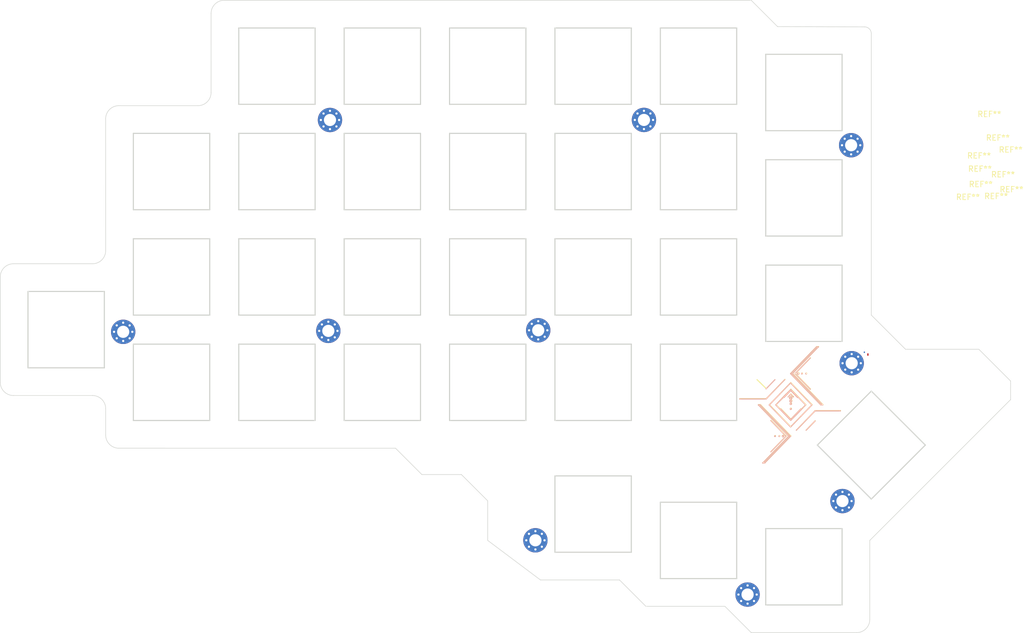
<source format=kicad_pcb>
(kicad_pcb (version 20171130) (host pcbnew 5.1.9)

  (general
    (thickness 1.6)
    (drawings 733)
    (tracks 2)
    (zones 0)
    (modules 10)
    (nets 1)
  )

  (page A4)
  (layers
    (0 F.Cu signal)
    (31 B.Cu signal)
    (32 B.Adhes user hide)
    (33 F.Adhes user hide)
    (34 B.Paste user)
    (35 F.Paste user hide)
    (36 B.SilkS user)
    (37 F.SilkS user)
    (38 B.Mask user)
    (39 F.Mask user)
    (40 Dwgs.User user hide)
    (41 Cmts.User user hide)
    (42 Eco1.User user hide)
    (43 Eco2.User user hide)
    (44 Edge.Cuts user)
    (45 Margin user hide)
    (46 B.CrtYd user hide)
    (47 F.CrtYd user hide)
    (48 B.Fab user hide)
    (49 F.Fab user hide)
  )

  (setup
    (last_trace_width 0.25)
    (trace_clearance 0.2)
    (zone_clearance 0.508)
    (zone_45_only no)
    (trace_min 0.2)
    (via_size 0.8)
    (via_drill 0.4)
    (via_min_size 0.4)
    (via_min_drill 0.3)
    (uvia_size 0.3)
    (uvia_drill 0.1)
    (uvias_allowed no)
    (uvia_min_size 0.2)
    (uvia_min_drill 0.1)
    (edge_width 0.1)
    (segment_width 0.2)
    (pcb_text_width 0.3)
    (pcb_text_size 1.5 1.5)
    (mod_edge_width 0.15)
    (mod_text_size 1 1)
    (mod_text_width 0.15)
    (pad_size 1.524 1.524)
    (pad_drill 0.762)
    (pad_to_mask_clearance 0)
    (aux_axis_origin 66.4639 -11.50125)
    (grid_origin 57.03442 97.48864)
    (visible_elements FFFFFFFF)
    (pcbplotparams
      (layerselection 0x010fc_ffffffff)
      (usegerberextensions true)
      (usegerberattributes true)
      (usegerberadvancedattributes false)
      (creategerberjobfile true)
      (excludeedgelayer false)
      (linewidth 0.100000)
      (plotframeref false)
      (viasonmask false)
      (mode 1)
      (useauxorigin false)
      (hpglpennumber 1)
      (hpglpenspeed 20)
      (hpglpendiameter 15.000000)
      (psnegative false)
      (psa4output false)
      (plotreference true)
      (plotvalue true)
      (plotinvisibletext true)
      (padsonsilk false)
      (subtractmaskfromsilk false)
      (outputformat 1)
      (mirror false)
      (drillshape 0)
      (scaleselection 1)
      (outputdirectory "../../../../TechCluster/KICAD/Crystal-Zeliska/Gerber/Gerber-plate/"))
  )

  (net 0 "")

  (net_class Default "This is the default net class."
    (clearance 0.2)
    (trace_width 0.25)
    (via_dia 0.8)
    (via_drill 0.4)
    (uvia_dia 0.3)
    (uvia_drill 0.1)
  )

  (module MountingHole:MountingHole_2.2mm_M2_Pad_Via (layer F.Cu) (tedit 56DDB9C7) (tstamp 607C4CF3)
    (at 177.31442 142.31864)
    (descr "Mounting Hole 2.2mm, M2")
    (tags "mounting hole 2.2mm m2")
    (attr virtual)
    (fp_text reference REF** (at 42.01 -76.94) (layer F.SilkS)
      (effects (font (size 1 1) (thickness 0.15)))
    )
    (fp_text value MountingHole_2.2mm_M2_Pad_Via (at 0 3.2) (layer F.Fab)
      (effects (font (size 1 1) (thickness 0.15)))
    )
    (fp_circle (center 0 0) (end 2.2 0) (layer Cmts.User) (width 0.15))
    (fp_circle (center 0 0) (end 2.45 0) (layer F.CrtYd) (width 0.05))
    (fp_text user %R (at 0.3 0) (layer F.Fab)
      (effects (font (size 1 1) (thickness 0.15)))
    )
    (pad 1 thru_hole circle (at 1.166726 -1.166726) (size 0.7 0.7) (drill 0.4) (layers *.Cu *.Mask))
    (pad 1 thru_hole circle (at 0 -1.65) (size 0.7 0.7) (drill 0.4) (layers *.Cu *.Mask))
    (pad 1 thru_hole circle (at -1.166726 -1.166726) (size 0.7 0.7) (drill 0.4) (layers *.Cu *.Mask))
    (pad 1 thru_hole circle (at -1.65 0) (size 0.7 0.7) (drill 0.4) (layers *.Cu *.Mask))
    (pad 1 thru_hole circle (at -1.166726 1.166726) (size 0.7 0.7) (drill 0.4) (layers *.Cu *.Mask))
    (pad 1 thru_hole circle (at 0 1.65) (size 0.7 0.7) (drill 0.4) (layers *.Cu *.Mask))
    (pad 1 thru_hole circle (at 1.166726 1.166726) (size 0.7 0.7) (drill 0.4) (layers *.Cu *.Mask))
    (pad 1 thru_hole circle (at 1.65 0) (size 0.7 0.7) (drill 0.4) (layers *.Cu *.Mask))
    (pad 1 thru_hole circle (at 0 0) (size 4.4 4.4) (drill 2.2) (layers *.Cu *.Mask))
  )

  (module MountingHole:MountingHole_2.2mm_M2_Pad_Via (layer F.Cu) (tedit 56DDB9C7) (tstamp 607C4E61)
    (at 139.47442 94.54864)
    (descr "Mounting Hole 2.2mm, M2")
    (tags "mounting hole 2.2mm m2")
    (attr virtual)
    (fp_text reference REF** (at 80 -26.39) (layer F.SilkS)
      (effects (font (size 1 1) (thickness 0.15)))
    )
    (fp_text value MountingHole_2.2mm_M2_Pad_Via (at 0 3.2) (layer F.Fab)
      (effects (font (size 1 1) (thickness 0.15)))
    )
    (fp_circle (center 0 0) (end 2.2 0) (layer Cmts.User) (width 0.15))
    (fp_circle (center 0 0) (end 2.45 0) (layer F.CrtYd) (width 0.05))
    (fp_text user %R (at 0.3 0) (layer F.Fab)
      (effects (font (size 1 1) (thickness 0.15)))
    )
    (pad 1 thru_hole circle (at 1.166726 -1.166726) (size 0.7 0.7) (drill 0.4) (layers *.Cu *.Mask))
    (pad 1 thru_hole circle (at 0 -1.65) (size 0.7 0.7) (drill 0.4) (layers *.Cu *.Mask))
    (pad 1 thru_hole circle (at -1.166726 -1.166726) (size 0.7 0.7) (drill 0.4) (layers *.Cu *.Mask))
    (pad 1 thru_hole circle (at -1.65 0) (size 0.7 0.7) (drill 0.4) (layers *.Cu *.Mask))
    (pad 1 thru_hole circle (at -1.166726 1.166726) (size 0.7 0.7) (drill 0.4) (layers *.Cu *.Mask))
    (pad 1 thru_hole circle (at 0 1.65) (size 0.7 0.7) (drill 0.4) (layers *.Cu *.Mask))
    (pad 1 thru_hole circle (at 1.166726 1.166726) (size 0.7 0.7) (drill 0.4) (layers *.Cu *.Mask))
    (pad 1 thru_hole circle (at 1.65 0) (size 0.7 0.7) (drill 0.4) (layers *.Cu *.Mask))
    (pad 1 thru_hole circle (at 0 0) (size 4.4 4.4) (drill 2.2) (layers *.Cu *.Mask))
  )

  (module MountingHole:MountingHole_2.2mm_M2_Pad_Via (layer F.Cu) (tedit 56DDB9C7) (tstamp 607C4C3C)
    (at 196.03442 61.09864)
    (descr "Mounting Hole 2.2mm, M2")
    (tags "mounting hole 2.2mm m2")
    (attr virtual)
    (fp_text reference REF** (at 28.85 0.82) (layer F.SilkS)
      (effects (font (size 1 1) (thickness 0.15)))
    )
    (fp_text value MountingHole_2.2mm_M2_Pad_Via (at 0 3.2) (layer F.Fab)
      (effects (font (size 1 1) (thickness 0.15)))
    )
    (fp_circle (center 0 0) (end 2.2 0) (layer Cmts.User) (width 0.15))
    (fp_circle (center 0 0) (end 2.45 0) (layer F.CrtYd) (width 0.05))
    (fp_text user %R (at 0.3 0) (layer F.Fab)
      (effects (font (size 1 1) (thickness 0.15)))
    )
    (pad 1 thru_hole circle (at 1.166726 -1.166726) (size 0.7 0.7) (drill 0.4) (layers *.Cu *.Mask))
    (pad 1 thru_hole circle (at 0 -1.65) (size 0.7 0.7) (drill 0.4) (layers *.Cu *.Mask))
    (pad 1 thru_hole circle (at -1.166726 -1.166726) (size 0.7 0.7) (drill 0.4) (layers *.Cu *.Mask))
    (pad 1 thru_hole circle (at -1.65 0) (size 0.7 0.7) (drill 0.4) (layers *.Cu *.Mask))
    (pad 1 thru_hole circle (at -1.166726 1.166726) (size 0.7 0.7) (drill 0.4) (layers *.Cu *.Mask))
    (pad 1 thru_hole circle (at 0 1.65) (size 0.7 0.7) (drill 0.4) (layers *.Cu *.Mask))
    (pad 1 thru_hole circle (at 1.166726 1.166726) (size 0.7 0.7) (drill 0.4) (layers *.Cu *.Mask))
    (pad 1 thru_hole circle (at 1.65 0) (size 0.7 0.7) (drill 0.4) (layers *.Cu *.Mask))
    (pad 1 thru_hole circle (at 0 0) (size 4.4 4.4) (drill 2.2) (layers *.Cu *.Mask))
  )

  (module MountingHole:MountingHole_2.2mm_M2_Pad_Via (layer F.Cu) (tedit 56DDB9C7) (tstamp 607C4C79)
    (at 196.13442 100.49864)
    (descr "Mounting Hole 2.2mm, M2")
    (tags "mounting hole 2.2mm m2")
    (attr virtual)
    (fp_text reference REF** (at 27.36 -34.1) (layer F.SilkS)
      (effects (font (size 1 1) (thickness 0.15)))
    )
    (fp_text value MountingHole_2.2mm_M2_Pad_Via (at 0 3.2) (layer F.Fab)
      (effects (font (size 1 1) (thickness 0.15)))
    )
    (fp_circle (center 0 0) (end 2.2 0) (layer Cmts.User) (width 0.15))
    (fp_circle (center 0 0) (end 2.45 0) (layer F.CrtYd) (width 0.05))
    (fp_text user %R (at 0.3 0) (layer F.Fab)
      (effects (font (size 1 1) (thickness 0.15)))
    )
    (pad 1 thru_hole circle (at 1.166726 -1.166726) (size 0.7 0.7) (drill 0.4) (layers *.Cu *.Mask))
    (pad 1 thru_hole circle (at 0 -1.65) (size 0.7 0.7) (drill 0.4) (layers *.Cu *.Mask))
    (pad 1 thru_hole circle (at -1.166726 -1.166726) (size 0.7 0.7) (drill 0.4) (layers *.Cu *.Mask))
    (pad 1 thru_hole circle (at -1.65 0) (size 0.7 0.7) (drill 0.4) (layers *.Cu *.Mask))
    (pad 1 thru_hole circle (at -1.166726 1.166726) (size 0.7 0.7) (drill 0.4) (layers *.Cu *.Mask))
    (pad 1 thru_hole circle (at 0 1.65) (size 0.7 0.7) (drill 0.4) (layers *.Cu *.Mask))
    (pad 1 thru_hole circle (at 1.166726 1.166726) (size 0.7 0.7) (drill 0.4) (layers *.Cu *.Mask))
    (pad 1 thru_hole circle (at 1.65 0) (size 0.7 0.7) (drill 0.4) (layers *.Cu *.Mask))
    (pad 1 thru_hole circle (at 0 0) (size 4.4 4.4) (drill 2.2) (layers *.Cu *.Mask))
  )

  (module MountingHole:MountingHole_2.2mm_M2_Pad_Via (layer F.Cu) (tedit 56DDB9C7) (tstamp 607C4E24)
    (at 101.53442 94.65864)
    (descr "Mounting Hole 2.2mm, M2")
    (tags "mounting hole 2.2mm m2")
    (attr virtual)
    (fp_text reference REF** (at 123.5 -25.57) (layer F.SilkS)
      (effects (font (size 1 1) (thickness 0.15)))
    )
    (fp_text value MountingHole_2.2mm_M2_Pad_Via (at 0 3.2) (layer F.Fab)
      (effects (font (size 1 1) (thickness 0.15)))
    )
    (fp_circle (center 0 0) (end 2.2 0) (layer Cmts.User) (width 0.15))
    (fp_circle (center 0 0) (end 2.45 0) (layer F.CrtYd) (width 0.05))
    (fp_text user %R (at 0.3 0) (layer F.Fab)
      (effects (font (size 1 1) (thickness 0.15)))
    )
    (pad 1 thru_hole circle (at 1.166726 -1.166726) (size 0.7 0.7) (drill 0.4) (layers *.Cu *.Mask))
    (pad 1 thru_hole circle (at 0 -1.65) (size 0.7 0.7) (drill 0.4) (layers *.Cu *.Mask))
    (pad 1 thru_hole circle (at -1.166726 -1.166726) (size 0.7 0.7) (drill 0.4) (layers *.Cu *.Mask))
    (pad 1 thru_hole circle (at -1.65 0) (size 0.7 0.7) (drill 0.4) (layers *.Cu *.Mask))
    (pad 1 thru_hole circle (at -1.166726 1.166726) (size 0.7 0.7) (drill 0.4) (layers *.Cu *.Mask))
    (pad 1 thru_hole circle (at 0 1.65) (size 0.7 0.7) (drill 0.4) (layers *.Cu *.Mask))
    (pad 1 thru_hole circle (at 1.166726 1.166726) (size 0.7 0.7) (drill 0.4) (layers *.Cu *.Mask))
    (pad 1 thru_hole circle (at 1.65 0) (size 0.7 0.7) (drill 0.4) (layers *.Cu *.Mask))
    (pad 1 thru_hole circle (at 0 0) (size 4.4 4.4) (drill 2.2) (layers *.Cu *.Mask))
  )

  (module MountingHole:MountingHole_2.2mm_M2_Pad_Via (layer F.Cu) (tedit 56DDB9C7) (tstamp 607C4DE7)
    (at 64.45442 94.82864)
    (descr "Mounting Hole 2.2mm, M2")
    (tags "mounting hole 2.2mm m2")
    (attr virtual)
    (fp_text reference REF** (at 157.8 -24.51) (layer F.SilkS)
      (effects (font (size 1 1) (thickness 0.15)))
    )
    (fp_text value MountingHole_2.2mm_M2_Pad_Via (at 0 3.2) (layer F.Fab)
      (effects (font (size 1 1) (thickness 0.15)))
    )
    (fp_circle (center 0 0) (end 2.2 0) (layer Cmts.User) (width 0.15))
    (fp_circle (center 0 0) (end 2.45 0) (layer F.CrtYd) (width 0.05))
    (fp_text user %R (at 0.3 0) (layer F.Fab)
      (effects (font (size 1 1) (thickness 0.15)))
    )
    (pad 1 thru_hole circle (at 1.166726 -1.166726) (size 0.7 0.7) (drill 0.4) (layers *.Cu *.Mask))
    (pad 1 thru_hole circle (at 0 -1.65) (size 0.7 0.7) (drill 0.4) (layers *.Cu *.Mask))
    (pad 1 thru_hole circle (at -1.166726 -1.166726) (size 0.7 0.7) (drill 0.4) (layers *.Cu *.Mask))
    (pad 1 thru_hole circle (at -1.65 0) (size 0.7 0.7) (drill 0.4) (layers *.Cu *.Mask))
    (pad 1 thru_hole circle (at -1.166726 1.166726) (size 0.7 0.7) (drill 0.4) (layers *.Cu *.Mask))
    (pad 1 thru_hole circle (at 0 1.65) (size 0.7 0.7) (drill 0.4) (layers *.Cu *.Mask))
    (pad 1 thru_hole circle (at 1.166726 1.166726) (size 0.7 0.7) (drill 0.4) (layers *.Cu *.Mask))
    (pad 1 thru_hole circle (at 1.65 0) (size 0.7 0.7) (drill 0.4) (layers *.Cu *.Mask))
    (pad 1 thru_hole circle (at 0 0) (size 4.4 4.4) (drill 2.2) (layers *.Cu *.Mask))
  )

  (module MountingHole:MountingHole_2.2mm_M2_Pad_Via (layer F.Cu) (tedit 56DDB9C7) (tstamp 607C4DAA)
    (at 101.83442 56.53864)
    (descr "Mounting Hole 2.2mm, M2")
    (tags "mounting hole 2.2mm m2")
    (attr virtual)
    (fp_text reference REF** (at 119.19 -1.05) (layer F.SilkS)
      (effects (font (size 1 1) (thickness 0.15)))
    )
    (fp_text value MountingHole_2.2mm_M2_Pad_Via (at 0 3.2) (layer F.Fab)
      (effects (font (size 1 1) (thickness 0.15)))
    )
    (fp_circle (center 0 0) (end 2.2 0) (layer Cmts.User) (width 0.15))
    (fp_circle (center 0 0) (end 2.45 0) (layer F.CrtYd) (width 0.05))
    (fp_text user %R (at 0.3 0) (layer F.Fab)
      (effects (font (size 1 1) (thickness 0.15)))
    )
    (pad 1 thru_hole circle (at 1.166726 -1.166726) (size 0.7 0.7) (drill 0.4) (layers *.Cu *.Mask))
    (pad 1 thru_hole circle (at 0 -1.65) (size 0.7 0.7) (drill 0.4) (layers *.Cu *.Mask))
    (pad 1 thru_hole circle (at -1.166726 -1.166726) (size 0.7 0.7) (drill 0.4) (layers *.Cu *.Mask))
    (pad 1 thru_hole circle (at -1.65 0) (size 0.7 0.7) (drill 0.4) (layers *.Cu *.Mask))
    (pad 1 thru_hole circle (at -1.166726 1.166726) (size 0.7 0.7) (drill 0.4) (layers *.Cu *.Mask))
    (pad 1 thru_hole circle (at 0 1.65) (size 0.7 0.7) (drill 0.4) (layers *.Cu *.Mask))
    (pad 1 thru_hole circle (at 1.166726 1.166726) (size 0.7 0.7) (drill 0.4) (layers *.Cu *.Mask))
    (pad 1 thru_hole circle (at 1.65 0) (size 0.7 0.7) (drill 0.4) (layers *.Cu *.Mask))
    (pad 1 thru_hole circle (at 0 0) (size 4.4 4.4) (drill 2.2) (layers *.Cu *.Mask))
  )

  (module MountingHole:MountingHole_2.2mm_M2_Pad_Via (layer F.Cu) (tedit 56DDB9C7) (tstamp 607C4D6D)
    (at 158.58442 56.52864)
    (descr "Mounting Hole 2.2mm, M2")
    (tags "mounting hole 2.2mm m2")
    (attr virtual)
    (fp_text reference REF** (at 63.98 3.23) (layer F.SilkS)
      (effects (font (size 1 1) (thickness 0.15)))
    )
    (fp_text value MountingHole_2.2mm_M2_Pad_Via (at 0 3.2) (layer F.Fab)
      (effects (font (size 1 1) (thickness 0.15)))
    )
    (fp_circle (center 0 0) (end 2.2 0) (layer Cmts.User) (width 0.15))
    (fp_circle (center 0 0) (end 2.45 0) (layer F.CrtYd) (width 0.05))
    (fp_text user %R (at 0.3 0) (layer F.Fab)
      (effects (font (size 1 1) (thickness 0.15)))
    )
    (pad 1 thru_hole circle (at 1.166726 -1.166726) (size 0.7 0.7) (drill 0.4) (layers *.Cu *.Mask))
    (pad 1 thru_hole circle (at 0 -1.65) (size 0.7 0.7) (drill 0.4) (layers *.Cu *.Mask))
    (pad 1 thru_hole circle (at -1.166726 -1.166726) (size 0.7 0.7) (drill 0.4) (layers *.Cu *.Mask))
    (pad 1 thru_hole circle (at -1.65 0) (size 0.7 0.7) (drill 0.4) (layers *.Cu *.Mask))
    (pad 1 thru_hole circle (at -1.166726 1.166726) (size 0.7 0.7) (drill 0.4) (layers *.Cu *.Mask))
    (pad 1 thru_hole circle (at 0 1.65) (size 0.7 0.7) (drill 0.4) (layers *.Cu *.Mask))
    (pad 1 thru_hole circle (at 1.166726 1.166726) (size 0.7 0.7) (drill 0.4) (layers *.Cu *.Mask))
    (pad 1 thru_hole circle (at 1.65 0) (size 0.7 0.7) (drill 0.4) (layers *.Cu *.Mask))
    (pad 1 thru_hole circle (at 0 0) (size 4.4 4.4) (drill 2.2) (layers *.Cu *.Mask))
  )

  (module MountingHole:MountingHole_2.2mm_M2_Pad_Via (layer F.Cu) (tedit 56DDB9C7) (tstamp 607C4D30)
    (at 138.96442 132.50864)
    (descr "Mounting Hole 2.2mm, M2")
    (tags "mounting hole 2.2mm m2")
    (attr virtual)
    (fp_text reference REF** (at 78.19 -62.03) (layer F.SilkS)
      (effects (font (size 1 1) (thickness 0.15)))
    )
    (fp_text value MountingHole_2.2mm_M2_Pad_Via (at 0 3.2) (layer F.Fab)
      (effects (font (size 1 1) (thickness 0.15)))
    )
    (fp_circle (center 0 0) (end 2.2 0) (layer Cmts.User) (width 0.15))
    (fp_circle (center 0 0) (end 2.45 0) (layer F.CrtYd) (width 0.05))
    (fp_text user %R (at 0.3 0) (layer F.Fab)
      (effects (font (size 1 1) (thickness 0.15)))
    )
    (pad 1 thru_hole circle (at 1.166726 -1.166726) (size 0.7 0.7) (drill 0.4) (layers *.Cu *.Mask))
    (pad 1 thru_hole circle (at 0 -1.65) (size 0.7 0.7) (drill 0.4) (layers *.Cu *.Mask))
    (pad 1 thru_hole circle (at -1.166726 -1.166726) (size 0.7 0.7) (drill 0.4) (layers *.Cu *.Mask))
    (pad 1 thru_hole circle (at -1.65 0) (size 0.7 0.7) (drill 0.4) (layers *.Cu *.Mask))
    (pad 1 thru_hole circle (at -1.166726 1.166726) (size 0.7 0.7) (drill 0.4) (layers *.Cu *.Mask))
    (pad 1 thru_hole circle (at 0 1.65) (size 0.7 0.7) (drill 0.4) (layers *.Cu *.Mask))
    (pad 1 thru_hole circle (at 1.166726 1.166726) (size 0.7 0.7) (drill 0.4) (layers *.Cu *.Mask))
    (pad 1 thru_hole circle (at 1.65 0) (size 0.7 0.7) (drill 0.4) (layers *.Cu *.Mask))
    (pad 1 thru_hole circle (at 0 0) (size 4.4 4.4) (drill 2.2) (layers *.Cu *.Mask))
  )

  (module MountingHole:MountingHole_2.2mm_M2_Pad_Via (layer F.Cu) (tedit 56DDB9C7) (tstamp 607C4CB6)
    (at 194.46442 125.41864)
    (descr "Mounting Hole 2.2mm, M2")
    (tags "mounting hole 2.2mm m2")
    (attr virtual)
    (fp_text reference REF** (at 24.7 -62.42) (layer F.SilkS)
      (effects (font (size 1 1) (thickness 0.15)))
    )
    (fp_text value MountingHole_2.2mm_M2_Pad_Via (at 0 3.2) (layer F.Fab)
      (effects (font (size 1 1) (thickness 0.15)))
    )
    (fp_circle (center 0 0) (end 2.2 0) (layer Cmts.User) (width 0.15))
    (fp_circle (center 0 0) (end 2.45 0) (layer F.CrtYd) (width 0.05))
    (fp_text user %R (at 0.3 0) (layer F.Fab)
      (effects (font (size 1 1) (thickness 0.15)))
    )
    (pad 1 thru_hole circle (at 1.166726 -1.166726) (size 0.7 0.7) (drill 0.4) (layers *.Cu *.Mask))
    (pad 1 thru_hole circle (at 0 -1.65) (size 0.7 0.7) (drill 0.4) (layers *.Cu *.Mask))
    (pad 1 thru_hole circle (at -1.166726 -1.166726) (size 0.7 0.7) (drill 0.4) (layers *.Cu *.Mask))
    (pad 1 thru_hole circle (at -1.65 0) (size 0.7 0.7) (drill 0.4) (layers *.Cu *.Mask))
    (pad 1 thru_hole circle (at -1.166726 1.166726) (size 0.7 0.7) (drill 0.4) (layers *.Cu *.Mask))
    (pad 1 thru_hole circle (at 0 1.65) (size 0.7 0.7) (drill 0.4) (layers *.Cu *.Mask))
    (pad 1 thru_hole circle (at 1.166726 1.166726) (size 0.7 0.7) (drill 0.4) (layers *.Cu *.Mask))
    (pad 1 thru_hole circle (at 1.65 0) (size 0.7 0.7) (drill 0.4) (layers *.Cu *.Mask))
    (pad 1 thru_hole circle (at 0 0) (size 4.4 4.4) (drill 2.2) (layers *.Cu *.Mask))
  )

  (gr_line (start 182.736236 39.662123) (end 198.46442 39.70864) (layer Edge.Cuts) (width 0.1) (tstamp 607AC3D0))
  (gr_line (start 199.67442 40.90864) (end 199.67442 91.79864) (layer Edge.Cuts) (width 0.1) (tstamp 607AC3CF))
  (gr_line (start 199.67442 91.79864) (end 205.85442 97.97864) (layer Edge.Cuts) (width 0.1) (tstamp 607AC3CE))
  (gr_line (start 219.11442 97.97864) (end 224.85442 103.71864) (layer Edge.Cuts) (width 0.1) (tstamp 607AC3CD))
  (gr_line (start 224.85442 103.71864) (end 224.857219 107.07864) (layer Edge.Cuts) (width 0.1) (tstamp 607AC3CC))
  (gr_line (start 224.857219 107.07864) (end 199.403716 132.532143) (layer Edge.Cuts) (width 0.1) (tstamp 607AC3CB))
  (gr_line (start 199.403716 132.532143) (end 199.403716 146.819643) (layer Edge.Cuts) (width 0.1) (tstamp 607AC3CA))
  (gr_line (start 197.023736 149.197083) (end 177.973736 149.197083) (layer Edge.Cuts) (width 0.1) (tstamp 607AC3C9))
  (gr_line (start 177.973736 34.899623) (end 182.736236 39.662123) (layer Edge.Cuts) (width 0.1) (tstamp 607AC3BF))
  (gr_line (start 137.247376 58.955963) (end 137.247376 72.755783) (layer Edge.Cuts) (width 0.2) (tstamp 607AC3B5))
  (gr_line (start 123.447556 72.755783) (end 123.447556 58.955963) (layer Edge.Cuts) (width 0.2) (tstamp 607AC3B4))
  (gr_line (start 123.447556 91.805783) (end 137.247376 91.805783) (layer Edge.Cuts) (width 0.2) (tstamp 607AC3B3))
  (gr_line (start 137.247376 78.005963) (end 123.447556 78.005963) (layer Edge.Cuts) (width 0.2) (tstamp 607AC3B2))
  (gr_line (start 137.247376 78.005963) (end 137.247376 91.805783) (layer Edge.Cuts) (width 0.2) (tstamp 607AC3B1))
  (gr_line (start 123.447556 91.805783) (end 123.447556 78.005963) (layer Edge.Cuts) (width 0.2) (tstamp 607AC3B0))
  (gr_line (start 123.447556 110.855783) (end 123.447556 97.055963) (layer Edge.Cuts) (width 0.2) (tstamp 607AC3AF))
  (gr_line (start 137.247376 97.055963) (end 137.247376 110.855783) (layer Edge.Cuts) (width 0.2) (tstamp 607AC3AE))
  (gr_line (start 194.397376 63.718463) (end 194.397376 77.518283) (layer Edge.Cuts) (width 0.2) (tstamp 607AC3AD))
  (gr_line (start 180.597556 77.518283) (end 180.597556 63.718463) (layer Edge.Cuts) (width 0.2) (tstamp 607AC3AC))
  (gr_line (start 180.597556 96.568283) (end 180.597556 82.768463) (layer Edge.Cuts) (width 0.2) (tstamp 607AC3AB))
  (gr_line (start 194.397376 82.768463) (end 194.397376 96.568283) (layer Edge.Cuts) (width 0.2) (tstamp 607AC3AA))
  (gr_line (start 194.397376 82.768463) (end 180.597556 82.768463) (layer Edge.Cuts) (width 0.2) (tstamp 607AC3A9))
  (gr_line (start 180.597556 96.568283) (end 194.397376 96.568283) (layer Edge.Cuts) (width 0.2) (tstamp 607AC3A8))
  (gr_line (start 189.924436 115.298243) (end 199.683116 125.056923) (layer Edge.Cuts) (width 0.2) (tstamp 607AC3A7))
  (gr_line (start 209.441796 115.298243) (end 199.683116 105.542103) (layer Edge.Cuts) (width 0.2) (tstamp 607AC3A6))
  (gr_line (start 99.147376 39.905963) (end 85.347556 39.905963) (layer Edge.Cuts) (width 0.2) (tstamp 607AC3A5))
  (gr_line (start 85.347556 53.705783) (end 99.147376 53.705783) (layer Edge.Cuts) (width 0.2) (tstamp 607AC3A4))
  (gr_line (start 85.347556 72.755783) (end 85.347556 58.955963) (layer Edge.Cuts) (width 0.2) (tstamp 607AC3A3))
  (gr_line (start 99.147376 58.955963) (end 99.147376 72.755783) (layer Edge.Cuts) (width 0.2) (tstamp 607AC3A2))
  (gr_line (start 99.147376 58.955963) (end 85.347556 58.955963) (layer Edge.Cuts) (width 0.2) (tstamp 607AC3A1))
  (gr_line (start 85.347556 72.755783) (end 99.147376 72.755783) (layer Edge.Cuts) (width 0.2) (tstamp 607AC3A0))
  (gr_line (start 85.347556 91.805783) (end 85.347556 78.005963) (layer Edge.Cuts) (width 0.2) (tstamp 607AC39F))
  (gr_line (start 99.147376 78.005963) (end 99.147376 91.805783) (layer Edge.Cuts) (width 0.2) (tstamp 607AC39E))
  (gr_line (start 175.347376 39.905963) (end 161.547556 39.905963) (layer Edge.Cuts) (width 0.2) (tstamp 607AC39D))
  (gr_line (start 161.547556 53.705783) (end 175.347376 53.705783) (layer Edge.Cuts) (width 0.2) (tstamp 607AC39C))
  (gr_line (start 66.297556 72.755783) (end 66.297556 58.955963) (layer Edge.Cuts) (width 0.2) (tstamp 607AC39B))
  (gr_line (start 80.097376 58.955963) (end 80.097376 72.755783) (layer Edge.Cuts) (width 0.2) (tstamp 607AC39A))
  (gr_line (start 80.097376 58.955963) (end 66.297556 58.955963) (layer Edge.Cuts) (width 0.2) (tstamp 607AC399))
  (gr_line (start 66.297556 72.755783) (end 80.097376 72.755783) (layer Edge.Cuts) (width 0.2) (tstamp 607AC398))
  (gr_line (start 66.297556 110.855783) (end 80.097376 110.855783) (layer Edge.Cuts) (width 0.2) (tstamp 607AC397))
  (gr_line (start 80.097376 97.055963) (end 66.297556 97.055963) (layer Edge.Cuts) (width 0.2) (tstamp 607AC396))
  (gr_line (start 175.347376 58.955963) (end 175.347376 72.755783) (layer Edge.Cuts) (width 0.2) (tstamp 607AC395))
  (gr_line (start 161.547556 72.755783) (end 161.547556 58.955963) (layer Edge.Cuts) (width 0.2) (tstamp 607AC394))
  (gr_line (start 161.547556 91.805783) (end 161.547556 78.005963) (layer Edge.Cuts) (width 0.2) (tstamp 607AC393))
  (gr_line (start 175.347376 78.005963) (end 175.347376 91.805783) (layer Edge.Cuts) (width 0.2) (tstamp 607AC392))
  (gr_line (start 175.347376 78.005963) (end 161.547556 78.005963) (layer Edge.Cuts) (width 0.2) (tstamp 607AC391))
  (gr_line (start 161.547556 91.805783) (end 175.347376 91.805783) (layer Edge.Cuts) (width 0.2) (tstamp 607AC390))
  (gr_line (start 161.547556 110.855783) (end 161.547556 97.055963) (layer Edge.Cuts) (width 0.2) (tstamp 607AC38F))
  (gr_line (start 175.347376 97.055963) (end 175.347376 110.855783) (layer Edge.Cuts) (width 0.2) (tstamp 607AC38E))
  (gr_line (start 118.197376 39.905963) (end 118.197376 53.705783) (layer Edge.Cuts) (width 0.2) (tstamp 607AC38D))
  (gr_line (start 104.397556 53.705783) (end 104.397556 39.905963) (layer Edge.Cuts) (width 0.2) (tstamp 607AC38C))
  (gr_line (start 104.397556 72.755783) (end 118.197376 72.755783) (layer Edge.Cuts) (width 0.2) (tstamp 607AC38B))
  (gr_line (start 118.197376 58.955963) (end 104.397556 58.955963) (layer Edge.Cuts) (width 0.2) (tstamp 607AC38A))
  (gr_line (start 118.197376 58.955963) (end 118.197376 72.755783) (layer Edge.Cuts) (width 0.2) (tstamp 607AC389))
  (gr_line (start 104.397556 72.755783) (end 104.397556 58.955963) (layer Edge.Cuts) (width 0.2) (tstamp 607AC388))
  (gr_line (start 104.397556 110.855783) (end 104.397556 97.055963) (layer Edge.Cuts) (width 0.2) (tstamp 607AC387))
  (gr_line (start 118.197376 97.055963) (end 118.197376 110.855783) (layer Edge.Cuts) (width 0.2) (tstamp 607AC386))
  (gr_line (start 156.297376 97.055963) (end 142.497556 97.055963) (layer Edge.Cuts) (width 0.2) (tstamp 607AC385))
  (gr_line (start 142.497556 110.855783) (end 156.297376 110.855783) (layer Edge.Cuts) (width 0.2) (tstamp 607AC384))
  (gr_line (start 142.497556 134.668283) (end 156.297376 134.668283) (layer Edge.Cuts) (width 0.2) (tstamp 607AC383))
  (gr_line (start 156.297376 120.868463) (end 142.497556 120.868463) (layer Edge.Cuts) (width 0.2) (tstamp 607AC382))
  (gr_line (start 156.297376 120.868463) (end 156.297376 134.668283) (layer Edge.Cuts) (width 0.2) (tstamp 607AC381))
  (gr_line (start 142.497556 134.668283) (end 142.497556 120.868463) (layer Edge.Cuts) (width 0.2) (tstamp 607AC380))
  (gr_line (start 161.547556 72.755783) (end 175.347376 72.755783) (layer Edge.Cuts) (width 0.2) (tstamp 607AC37F))
  (gr_line (start 175.347376 58.955963) (end 161.547556 58.955963) (layer Edge.Cuts) (width 0.2) (tstamp 607AC37E))
  (gr_line (start 137.247376 97.055963) (end 123.447556 97.055963) (layer Edge.Cuts) (width 0.2) (tstamp 607AC374))
  (gr_line (start 123.447556 110.855783) (end 137.247376 110.855783) (layer Edge.Cuts) (width 0.2) (tstamp 607AC373))
  (gr_line (start 142.497556 53.705783) (end 156.297376 53.705783) (layer Edge.Cuts) (width 0.2) (tstamp 607AC372))
  (gr_line (start 156.297376 39.905963) (end 142.497556 39.905963) (layer Edge.Cuts) (width 0.2) (tstamp 607AC371))
  (gr_line (start 156.297376 39.905963) (end 156.297376 53.705783) (layer Edge.Cuts) (width 0.2) (tstamp 607AC370))
  (gr_line (start 142.497556 53.705783) (end 142.497556 39.905963) (layer Edge.Cuts) (width 0.2) (tstamp 607AC36F))
  (gr_line (start 142.497556 72.755783) (end 156.297376 72.755783) (layer Edge.Cuts) (width 0.2) (tstamp 607AC36E))
  (gr_line (start 156.297376 58.955963) (end 142.497556 58.955963) (layer Edge.Cuts) (width 0.2) (tstamp 607AC36D))
  (gr_line (start 175.347376 97.055963) (end 161.547556 97.055963) (layer Edge.Cuts) (width 0.2) (tstamp 607AC36C))
  (gr_line (start 161.547556 110.855783) (end 175.347376 110.855783) (layer Edge.Cuts) (width 0.2) (tstamp 607AC36B))
  (gr_line (start 180.597556 58.468283) (end 180.597556 44.668463) (layer Edge.Cuts) (width 0.2) (tstamp 607AC36A))
  (gr_line (start 194.397376 44.668463) (end 194.397376 58.468283) (layer Edge.Cuts) (width 0.2) (tstamp 607AC369))
  (gr_line (start 194.397376 44.668463) (end 180.597556 44.668463) (layer Edge.Cuts) (width 0.2) (tstamp 607AC368))
  (gr_line (start 180.597556 58.468283) (end 194.397376 58.468283) (layer Edge.Cuts) (width 0.2) (tstamp 607AC367))
  (gr_line (start 180.597556 77.518283) (end 194.397376 77.518283) (layer Edge.Cuts) (width 0.2) (tstamp 607AC366))
  (gr_line (start 194.397376 63.718463) (end 180.597556 63.718463) (layer Edge.Cuts) (width 0.2) (tstamp 607AC365))
  (gr_arc (start 63.67442 113.482143) (end 61.291216 113.482143) (angle -89.98353334) (layer Edge.Cuts) (width 0.1) (tstamp 607AC364))
  (gr_line (start 161.547556 139.430783) (end 175.347376 139.430783) (layer Edge.Cuts) (width 0.2) (tstamp 607AC361))
  (gr_line (start 175.347376 125.630963) (end 161.547556 125.630963) (layer Edge.Cuts) (width 0.2) (tstamp 607AC360))
  (gr_line (start 175.347376 125.630963) (end 175.347376 139.430783) (layer Edge.Cuts) (width 0.2) (tstamp 607AC35F))
  (gr_line (start 161.547556 139.430783) (end 161.547556 125.630963) (layer Edge.Cuts) (width 0.2) (tstamp 607AC35E))
  (gr_line (start 161.547556 53.705783) (end 161.547556 39.905963) (layer Edge.Cuts) (width 0.2) (tstamp 607AC35D))
  (gr_line (start 175.347376 39.905963) (end 175.347376 53.705783) (layer Edge.Cuts) (width 0.2) (tstamp 607AC35C))
  (gr_line (start 80.097376 78.005963) (end 66.297556 78.005963) (layer Edge.Cuts) (width 0.2) (tstamp 607AC35B))
  (gr_line (start 66.297556 91.805783) (end 80.097376 91.805783) (layer Edge.Cuts) (width 0.2) (tstamp 607AC35A))
  (gr_line (start 47.247556 101.330783) (end 61.047376 101.330783) (layer Edge.Cuts) (width 0.2) (tstamp 607AC359))
  (gr_line (start 61.047376 87.530963) (end 47.247556 87.530963) (layer Edge.Cuts) (width 0.2) (tstamp 607AC358))
  (gr_line (start 61.047376 87.530963) (end 61.047376 101.330783) (layer Edge.Cuts) (width 0.2) (tstamp 607AC357))
  (gr_line (start 47.247556 101.330783) (end 47.247556 87.530963) (layer Edge.Cuts) (width 0.2) (tstamp 607AC356))
  (gr_line (start 85.347556 53.705783) (end 85.347556 39.905963) (layer Edge.Cuts) (width 0.2) (tstamp 607AC355))
  (gr_line (start 99.147376 39.905963) (end 99.147376 53.705783) (layer Edge.Cuts) (width 0.2) (tstamp 607AC354))
  (gr_line (start 80.097376 97.055963) (end 80.097376 110.855783) (layer Edge.Cuts) (width 0.2) (tstamp 607AC353))
  (gr_line (start 66.297556 110.855783) (end 66.297556 97.055963) (layer Edge.Cuts) (width 0.2) (tstamp 607AC352))
  (gr_line (start 104.397556 91.805783) (end 104.397556 78.005963) (layer Edge.Cuts) (width 0.2) (tstamp 607AC351))
  (gr_line (start 118.197376 78.005963) (end 118.197376 91.805783) (layer Edge.Cuts) (width 0.2) (tstamp 607AC350))
  (gr_line (start 118.197376 78.005963) (end 104.397556 78.005963) (layer Edge.Cuts) (width 0.2) (tstamp 607AC34F))
  (gr_line (start 104.397556 91.805783) (end 118.197376 91.805783) (layer Edge.Cuts) (width 0.2) (tstamp 607AC34E))
  (gr_line (start 66.297556 91.805783) (end 66.297556 78.005963) (layer Edge.Cuts) (width 0.2) (tstamp 607AC34D))
  (gr_line (start 80.097376 78.005963) (end 80.097376 91.805783) (layer Edge.Cuts) (width 0.2) (tstamp 607AC34C))
  (gr_line (start 118.441216 120.624623) (end 113.678716 115.862123) (layer Edge.Cuts) (width 0.1) (tstamp 607AC34B))
  (gr_line (start 113.678716 115.862123) (end 63.674244 115.861361) (layer Edge.Cuts) (width 0.1) (tstamp 607AC34A))
  (gr_line (start 61.291216 113.482143) (end 61.291216 108.719643) (layer Edge.Cuts) (width 0.1) (tstamp 607AC349))
  (gr_line (start 58.911236 106.337123) (end 44.624244 106.336361) (layer Edge.Cuts) (width 0.1) (tstamp 607AC348))
  (gr_line (start 42.241216 103.957143) (end 42.239831 84.938638) (layer Edge.Cuts) (width 0.1) (tstamp 607AC347))
  (gr_line (start 44.624244 82.523861) (end 58.911744 82.523861) (layer Edge.Cuts) (width 0.1) (tstamp 607AC346))
  (gr_line (start 61.292994 80.142611) (end 61.285413 56.332126) (layer Edge.Cuts) (width 0.1) (tstamp 607AC345))
  (gr_line (start 63.673736 53.949623) (end 77.961744 53.948861) (layer Edge.Cuts) (width 0.1) (tstamp 607AC344))
  (gr_line (start 177.973736 149.197083) (end 173.211236 144.437123) (layer Edge.Cuts) (width 0.1) (tstamp 607AC343))
  (gr_line (start 173.211236 144.437123) (end 158.923736 144.437123) (layer Edge.Cuts) (width 0.1) (tstamp 607AC342))
  (gr_line (start 158.923736 144.437123) (end 154.161236 139.674623) (layer Edge.Cuts) (width 0.1) (tstamp 607AC341))
  (gr_line (start 154.161236 139.674623) (end 139.873736 139.674623) (layer Edge.Cuts) (width 0.1) (tstamp 607AC340))
  (gr_line (start 139.873736 139.674623) (end 130.348736 132.532143) (layer Edge.Cuts) (width 0.1) (tstamp 607AC33F))
  (gr_line (start 130.348736 132.532143) (end 130.348736 125.387123) (layer Edge.Cuts) (width 0.1) (tstamp 607AC33E))
  (gr_line (start 130.348736 125.387123) (end 125.586236 120.624623) (layer Edge.Cuts) (width 0.1) (tstamp 607AC33D))
  (gr_line (start 125.586236 120.624623) (end 118.441216 120.624623) (layer Edge.Cuts) (width 0.1) (tstamp 607AC33C))
  (gr_line (start 209.441796 115.298243) (end 199.683116 125.056923) (layer Edge.Cuts) (width 0.2) (tstamp 607AC33B))
  (gr_line (start 189.924436 115.298243) (end 199.683116 105.542103) (layer Edge.Cuts) (width 0.2) (tstamp 607AC33A))
  (gr_line (start 180.597556 144.193283) (end 180.597556 130.393463) (layer Edge.Cuts) (width 0.2) (tstamp 607AC339))
  (gr_line (start 194.397376 130.393463) (end 194.397376 144.193283) (layer Edge.Cuts) (width 0.2) (tstamp 607AC338))
  (gr_line (start 194.397376 130.393463) (end 180.597556 130.393463) (layer Edge.Cuts) (width 0.2) (tstamp 607AC337))
  (gr_line (start 180.597556 144.193283) (end 194.397376 144.193283) (layer Edge.Cuts) (width 0.2) (tstamp 607AC336))
  (gr_arc (start 44.62442 103.957143) (end 42.241216 103.957143) (angle -89.99576161) (layer Edge.Cuts) (width 0.1) (tstamp 607AC335))
  (gr_line (start 156.297376 58.955963) (end 156.297376 72.755783) (layer Edge.Cuts) (width 0.2) (tstamp 607AC334))
  (gr_line (start 142.497556 72.755783) (end 142.497556 58.955963) (layer Edge.Cuts) (width 0.2) (tstamp 607AC333))
  (gr_line (start 142.497556 91.805783) (end 142.497556 78.005963) (layer Edge.Cuts) (width 0.2) (tstamp 607AC332))
  (gr_line (start 156.297376 78.005963) (end 156.297376 91.805783) (layer Edge.Cuts) (width 0.2) (tstamp 607AC331))
  (gr_line (start 156.297376 78.005963) (end 142.497556 78.005963) (layer Edge.Cuts) (width 0.2) (tstamp 607AC330))
  (gr_line (start 142.497556 91.805783) (end 156.297376 91.805783) (layer Edge.Cuts) (width 0.2) (tstamp 607AC32F))
  (gr_line (start 142.497556 110.855783) (end 142.497556 97.055963) (layer Edge.Cuts) (width 0.2) (tstamp 607AC32E))
  (gr_line (start 156.297376 97.055963) (end 156.297376 110.855783) (layer Edge.Cuts) (width 0.2) (tstamp 607AC32D))
  (gr_arc (start 44.62442 84.90864) (end 44.624245 82.523862) (angle -90.71652622) (layer Edge.Cuts) (width 0.1) (tstamp 607AC32C))
  (gr_arc (start 63.67442 56.33864) (end 63.673736 53.949623) (angle -89.82737021) (layer Edge.Cuts) (width 0.1) (tstamp 607AC32B))
  (gr_arc (start 58.91442 80.14864) (end 58.911237 82.524622) (angle -90.22200869) (layer Edge.Cuts) (width 0.1) (tstamp 607AC32A))
  (gr_line (start 99.147376 78.005963) (end 85.347556 78.005963) (layer Edge.Cuts) (width 0.2) (tstamp 607AC329))
  (gr_line (start 85.347556 91.805783) (end 99.147376 91.805783) (layer Edge.Cuts) (width 0.2) (tstamp 607AC328))
  (gr_line (start 85.347556 110.855783) (end 99.147376 110.855783) (layer Edge.Cuts) (width 0.2) (tstamp 607AC327))
  (gr_line (start 99.147376 97.055963) (end 85.347556 97.055963) (layer Edge.Cuts) (width 0.2) (tstamp 607AC326))
  (gr_line (start 99.147376 97.055963) (end 99.147376 110.855783) (layer Edge.Cuts) (width 0.2) (tstamp 607AC325))
  (gr_line (start 85.347556 110.855783) (end 85.347556 97.055963) (layer Edge.Cuts) (width 0.2) (tstamp 607AC324))
  (gr_line (start 104.397556 53.705783) (end 118.197376 53.705783) (layer Edge.Cuts) (width 0.2) (tstamp 607AC323))
  (gr_line (start 118.197376 39.905963) (end 104.397556 39.905963) (layer Edge.Cuts) (width 0.2) (tstamp 607AC322))
  (gr_line (start 118.197376 97.055963) (end 104.397556 97.055963) (layer Edge.Cuts) (width 0.2) (tstamp 607AC316))
  (gr_line (start 104.397556 110.855783) (end 118.197376 110.855783) (layer Edge.Cuts) (width 0.2) (tstamp 607AC315))
  (gr_line (start 123.447556 53.705783) (end 137.247376 53.705783) (layer Edge.Cuts) (width 0.2) (tstamp 607AC314))
  (gr_line (start 137.247376 39.905963) (end 123.447556 39.905963) (layer Edge.Cuts) (width 0.2) (tstamp 607AC313))
  (gr_line (start 137.247376 39.905963) (end 137.247376 53.705783) (layer Edge.Cuts) (width 0.2) (tstamp 607AC312))
  (gr_line (start 123.447556 53.705783) (end 123.447556 39.905963) (layer Edge.Cuts) (width 0.2) (tstamp 607AC311))
  (gr_line (start 123.447556 72.755783) (end 137.247376 72.755783) (layer Edge.Cuts) (width 0.2) (tstamp 607AC310))
  (gr_line (start 137.247376 58.955963) (end 123.447556 58.955963) (layer Edge.Cuts) (width 0.2) (tstamp 607AC30F))
  (gr_line (start 80.342994 51.567611) (end 80.341216 37.282143) (layer Edge.Cuts) (width 0.1) (tstamp 607AC30E))
  (gr_line (start 82.723736 34.899623) (end 177.973736 34.899623) (layer Edge.Cuts) (width 0.1) (tstamp 607AC30D))
  (gr_line (start 205.85442 97.97864) (end 219.11442 97.97864) (layer Edge.Cuts) (width 0.1) (tstamp 607AC30C))
  (gr_arc (start 197.02442 146.81864) (end 197.02442 149.197083) (angle -89.97584678) (layer Edge.Cuts) (width 0.1) (tstamp 607AC30B))
  (gr_arc (start 198.46442 40.91864) (end 199.67442 40.90864) (angle -89.52649194) (layer Edge.Cuts) (width 0.1) (tstamp 607AC30A))
  (gr_arc (start 82.72442 37.27864) (end 82.723737 34.899624) (angle -90.06774396) (layer Edge.Cuts) (width 0.1) (tstamp 607AC309))
  (gr_arc (start 58.91442 108.71864) (end 61.291215 108.719642) (angle -90.10078092) (layer Edge.Cuts) (width 0.1) (tstamp 607AC308))
  (gr_arc (start 77.96442 51.56864) (end 77.961237 53.949622) (angle -90.10140632) (layer Edge.Cuts) (width 0.1) (tstamp 607AC307))
  (gr_curve (pts (xy 184.518256 104.650747) (xy 184.879757 104.277327) (xy 185.082847 104.067542) (xy 185.082847 104.067542)) (layer B.SilkS) (width 0.2))
  (gr_curve (pts (xy 186.387124 102.308387) (xy 186.407898 102.286929) (xy 186.436072 102.274874) (xy 186.46545 102.274874)) (layer B.SilkS) (width 0.2))
  (gr_curve (pts (xy 187.073035 102.389295) (xy 187.073035 102.374149) (xy 187.07886 102.359623) (xy 187.089228 102.348913)) (layer B.SilkS) (width 0.2))
  (gr_curve (pts (xy 183.039584 113.641576) (xy 183.017223 113.641576) (xy 182.997063 113.65549) (xy 182.988506 113.676831)) (layer B.SilkS) (width 0.2))
  (gr_line (start 183.156093 106.05782) (end 183.155213 106.058728) (layer B.SilkS) (width 0.2))
  (gr_line (start 185.082847 112.030469) (end 181.228459 108.049005) (layer B.SilkS) (width 0.2))
  (gr_line (start 187.009601 110.040192) (end 187.01048 110.039283) (layer B.SilkS) (width 0.2))
  (gr_line (start 179.270242 108.037049) (end 184.760175 113.701871) (layer B.SilkS) (width 0.2))
  (gr_curve (pts (xy 183.155213 106.058728) (xy 183.666453 105.530633) (xy 184.156755 105.024167) (xy 184.518256 104.650747)) (layer B.SilkS) (width 0.2))
  (gr_line (start 182.266496 113.641376) (end 182.266496 113.641376) (layer B.SilkS) (width 0.2))
  (gr_line (start 183.039584 113.641576) (end 183.039584 113.641576) (layer B.SilkS) (width 0.2))
  (gr_line (start 183.702456 113.584264) (end 183.702456 113.584264) (layer B.SilkS) (width 0.2))
  (gr_curve (pts (xy 183.078678 113.658304) (xy 183.068309 113.647593) (xy 183.054247 113.641576) (xy 183.039584 113.641576)) (layer B.SilkS) (width 0.2))
  (gr_line (start 185.114831 110.65989) (end 183.284141 108.768848) (layer B.SilkS) (width 0.2))
  (gr_curve (pts (xy 183.094871 113.698685) (xy 183.094871 113.68354) (xy 183.089046 113.669013) (xy 183.078678 113.658304)) (layer B.SilkS) (width 0.2))
  (gr_curve (pts (xy 183.060741 113.751448) (xy 183.081401 113.742608) (xy 183.094871 113.721784) (xy 183.094871 113.698685)) (layer B.SilkS) (width 0.2))
  (gr_curve (pts (xy 187.811854 108.04544) (xy 187.811854 108.04544) (xy 187.608765 108.255225) (xy 187.247263 108.628643)) (layer B.SilkS) (width 0.2))
  (gr_line (start 180.650614 106.968641) (end 184.036042 103.471109) (layer B.SilkS) (width 0.2))
  (gr_curve (pts (xy 182.417812 108.04544) (xy 182.417812 108.04544) (xy 182.620901 107.835654) (xy 182.982403 107.462234)) (layer B.SilkS) (width 0.2))
  (gr_line (start 185.114833 105.259499) (end 185.114833 105.259499) (layer B.SilkS) (width 0.2))
  (gr_line (start 185.88422 110.036625) (end 187.042467 108.840192) (layer B.SilkS) (width 0.2))
  (gr_line (start 189.991475 97.662878) (end 190.104602 97.546023) (layer B.SilkS) (width 0.2))
  (gr_line (start 185.416 102.38921) (end 190.841931 107.994253) (layer B.SilkS) (width 0.2))
  (gr_curve (pts (xy 185.114828 107.743073) (xy 185.070236 107.743073) (xy 185.030035 107.77082) (xy 185.012971 107.813375)) (layer B.SilkS) (width 0.2))
  (gr_curve (pts (xy 187.86218 102.348772) (xy 187.872584 102.338024) (xy 187.886696 102.331986) (xy 187.90141 102.331986)) (layer B.SilkS) (width 0.2))
  (gr_curve (pts (xy 183.813225 113.698685) (xy 183.813225 113.668339) (xy 183.801555 113.639235) (xy 183.780782 113.617778)) (layer B.SilkS) (width 0.2))
  (gr_curve (pts (xy 183.187199 107.250685) (xy 183.69844 106.72259) (xy 184.188741 106.216124) (xy 184.550242 105.842704)) (layer B.SilkS) (width 0.2))
  (gr_curve (pts (xy 185.232146 107.222239) (xy 185.201031 107.190099) (xy 185.158831 107.172043) (xy 185.114828 107.172043)) (layer B.SilkS) (width 0.2))
  (gr_curve (pts (xy 185.225078 107.856957) (xy 185.225078 107.826754) (xy 185.213462 107.797786) (xy 185.192786 107.776429)) (layer B.SilkS) (width 0.2))
  (gr_line (start 175.863269 106.968622) (end 180.650626 106.968622) (layer B.SilkS) (width 0.2))
  (gr_line (start 185.114831 110.65989) (end 186.944415 108.769987) (layer B.SilkS) (width 0.2))
  (gr_curve (pts (xy 187.01048 110.039283) (xy 186.49924 110.567378) (xy 186.008939 111.073844) (xy 185.647438 111.447264)) (layer B.SilkS) (width 0.2))
  (gr_line (start 189.773297 97.545795) (end 185.084419 102.38926) (layer B.SilkS) (width 0.2))
  (gr_line (start 190.104602 97.546023) (end 189.773297 97.545795) (layer B.SilkS) (width 0.2))
  (gr_line (start 188.648227 99.563661) (end 185.912784 102.389295) (layer B.SilkS) (width 0.2))
  (gr_curve (pts (xy 183.624131 113.779593) (xy 183.65581 113.812318) (xy 183.703454 113.822107) (xy 183.744846 113.804398)) (layer B.SilkS) (width 0.2))
  (gr_line (start 185.114831 105.430792) (end 185.739771 106.076336) (layer B.SilkS) (width 0.2))
  (gr_line (start 194.078015 109.12585) (end 189.510795 109.12585) (layer B.SilkS) (width 0.2))
  (gr_line (start 185.119769 110.65468) (end 185.104429 110.670519) (layer B.SilkS) (width 0.2))
  (gr_line (start 185.114828 108.685377) (end 185.114828 108.685377) (layer B.SilkS) (width 0.2))
  (gr_line (start 185.739771 106.076336) (end 186.364937 106.722117) (layer B.SilkS) (width 0.2))
  (gr_line (start 185.114828 107.172043) (end 185.114828 107.172043) (layer B.SilkS) (width 0.2))
  (gr_curve (pts (xy 184.961545 107.27784) (xy 184.935865 107.341881) (xy 184.95006 107.415597) (xy 184.99751 107.464612)) (layer B.SilkS) (width 0.2))
  (gr_curve (pts (xy 185.679424 110.248173) (xy 185.317922 110.621593) (xy 185.114833 110.831378) (xy 185.114833 110.831378)) (layer B.SilkS) (width 0.2))
  (gr_line (start 180.063185 118.54239) (end 180.395707 118.542039) (layer B.SilkS) (width 0.2))
  (gr_line (start 180.235484 118.364412) (end 180.063185 118.54239) (layer B.SilkS) (width 0.2))
  (gr_curve (pts (xy 181.79305 107.4658) (xy 182.154551 107.092382) (xy 182.644853 106.585916) (xy 183.156093 106.05782)) (layer B.SilkS) (width 0.2))
  (gr_line (start 185.084419 102.38926) (end 190.50571 107.989285) (layer B.SilkS) (width 0.2))
  (gr_curve (pts (xy 185.25168 106.659647) (xy 185.215384 106.622156) (xy 185.166157 106.601094) (xy 185.114828 106.601094)) (layer B.SilkS) (width 0.2))
  (gr_curve (pts (xy 185.173484 108.710474) (xy 185.157928 108.694405) (xy 185.136828 108.685377) (xy 185.114828 108.685377)) (layer B.SilkS) (width 0.2))
  (gr_line (start 190.841931 107.994253) (end 190.890031 108.043923) (layer B.SilkS) (width 0.2))
  (gr_curve (pts (xy 185.114828 106.601094) (xy 185.036549 106.601094) (xy 184.965979 106.649801) (xy 184.936023 106.724506)) (layer B.SilkS) (width 0.2))
  (gr_curve (pts (xy 185.012971 107.813375) (xy 184.995906 107.855932) (xy 185.005339 107.904915) (xy 185.03687 107.937485)) (layer B.SilkS) (width 0.2))
  (gr_curve (pts (xy 183.702456 113.584264) (xy 183.657654 113.584264) (xy 183.617264 113.612142) (xy 183.600119 113.654898)) (layer B.SilkS) (width 0.2))
  (gr_line (start 181.519679 110.873051) (end 184.255122 113.698685) (layer B.SilkS) (width 0.2))
  (gr_curve (pts (xy 183.780782 113.617778) (xy 183.760008 113.59632) (xy 183.731834 113.584264) (xy 183.702456 113.584264)) (layer B.SilkS) (width 0.2))
  (gr_line (start 179.381127 108.151595) (end 179.270239 108.03705) (layer B.SilkS) (width 0.2))
  (gr_line (start 185.114828 107.743073) (end 185.114828 107.743073) (layer B.SilkS) (width 0.2))
  (gr_curve (pts (xy 188.937235 108.049005) (xy 188.937235 108.049005) (xy 188.734145 108.25879) (xy 188.372644 108.63221)) (layer B.SilkS) (width 0.2))
  (gr_curve (pts (xy 187.167416 102.429678) (xy 187.151604 102.446011) (xy 187.127824 102.450897) (xy 187.107165 102.442058)) (layer B.SilkS) (width 0.2))
  (gr_line (start 179.270239 108.03705) (end 179.610185 108.043951) (layer B.SilkS) (width 0.2))
  (gr_line (start 185.114831 106.115846) (end 185.583944 106.600427) (layer B.SilkS) (width 0.2))
  (gr_curve (pts (xy 187.880179 102.442242) (xy 187.859447 102.433372) (xy 187.84593 102.412475) (xy 187.84593 102.389295)) (layer B.SilkS) (width 0.2))
  (gr_line (start 184.645796 106.600344) (end 185.114831 106.115846) (layer B.SilkS) (width 0.2))
  (gr_curve (pts (xy 182.982403 107.462234) (xy 183.343904 107.088814) (xy 183.834205 106.582348) (xy 184.345445 106.054253)) (layer B.SilkS) (width 0.2))
  (gr_line (start 184.345445 106.054253) (end 183.187199 107.250685) (layer B.SilkS) (width 0.2))
  (gr_line (start 187.128322 102.332186) (end 187.128322 102.332186) (layer B.SilkS) (width 0.2))
  (gr_curve (pts (xy 188.372644 108.63221) (xy 188.011142 109.005631) (xy 187.520841 109.512096) (xy 187.009601 110.040192)) (layer B.SilkS) (width 0.2))
  (gr_curve (pts (xy 185.308365 106.801011) (xy 185.308365 106.747989) (xy 185.287975 106.69714) (xy 185.25168 106.659647)) (layer B.SilkS) (width 0.2))
  (gr_curve (pts (xy 184.99751 107.464612) (xy 185.044961 107.513626) (xy 185.116323 107.528288) (xy 185.17832 107.501762)) (layer B.SilkS) (width 0.2))
  (gr_line (start 184.752336 113.69864) (end 180.063185 118.542383) (layer B.SilkS) (width 0.2))
  (gr_line (start 185.08442 113.69864) (end 179.671164 108.106909) (layer B.SilkS) (width 0.2))
  (gr_line (start 190.890031 108.043923) (end 190.558666 108.043923) (layer B.SilkS) (width 0.2))
  (gr_curve (pts (xy 184.550242 105.842704) (xy 184.911744 105.469284) (xy 185.114833 105.259499) (xy 185.114833 105.259499)) (layer B.SilkS) (width 0.2))
  (gr_line (start 180.650614 105.142068) (end 182.267563 103.471109) (layer B.SilkS) (width 0.2))
  (gr_curve (pts (xy 181.228459 108.049005) (xy 181.228459 108.049005) (xy 181.431549 107.83922) (xy 181.79305 107.4658)) (layer B.SilkS) (width 0.2))
  (gr_curve (pts (xy 187.107165 102.442058) (xy 187.086505 102.433218) (xy 187.073035 102.412394) (xy 187.073035 102.389295)) (layer B.SilkS) (width 0.2))
  (gr_curve (pts (xy 185.056172 108.831654) (xy 185.079896 108.856161) (xy 185.115575 108.863491) (xy 185.146572 108.850229)) (layer B.SilkS) (width 0.2))
  (gr_curve (pts (xy 187.90141 102.331986) (xy 187.923849 102.331986) (xy 187.944079 102.345949) (xy 187.952666 102.367364)) (layer B.SilkS) (width 0.2))
  (gr_curve (pts (xy 187.128322 102.332186) (xy 187.150683 102.332186) (xy 187.170843 102.3461) (xy 187.1794 102.36744)) (layer B.SilkS) (width 0.2))
  (gr_line (start 190.558666 108.043923) (end 190.505726 107.989233) (layer B.SilkS) (width 0.2))
  (gr_curve (pts (xy 184.977976 106.942375) (xy 185.033328 106.999552) (xy 185.116572 107.016655) (xy 185.188892 106.985711)) (layer B.SilkS) (width 0.2))
  (gr_curve (pts (xy 185.03819 108.738274) (xy 185.025351 108.770292) (xy 185.032448 108.807148) (xy 185.056172 108.831654)) (layer B.SilkS) (width 0.2))
  (gr_line (start 185.08442 102.38921) (end 185.416 102.38921) (layer B.SilkS) (width 0.2))
  (gr_curve (pts (xy 182.21524 113.676754) (xy 182.206652 113.698169) (xy 182.211399 113.722819) (xy 182.227266 113.739209)) (layer B.SilkS) (width 0.2))
  (gr_curve (pts (xy 182.266496 113.641376) (xy 182.244057 113.641376) (xy 182.223827 113.655339) (xy 182.21524 113.676754)) (layer B.SilkS) (width 0.2))
  (gr_curve (pts (xy 187.952666 102.367364) (xy 187.961254 102.388779) (xy 187.956507 102.413429) (xy 187.94064 102.429819)) (layer B.SilkS) (width 0.2))
  (gr_line (start 189.510795 109.12585) (end 194.078015 109.12585) (layer B.SilkS) (width 0.2))
  (gr_curve (pts (xy 183.744846 113.804398) (xy 183.786237 113.786687) (xy 183.813225 113.744964) (xy 183.813225 113.698685)) (layer B.SilkS) (width 0.2))
  (gr_line (start 185.114833 110.831378) (end 182.417812 108.04544) (layer B.SilkS) (width 0.2))
  (gr_curve (pts (xy 185.03687 107.937485) (xy 185.068401 107.970057) (xy 185.115821 107.9798) (xy 185.157019 107.962173)) (layer B.SilkS) (width 0.2))
  (gr_curve (pts (xy 187.089228 102.348913) (xy 187.099597 102.338203) (xy 187.113659 102.332186) (xy 187.128322 102.332186)) (layer B.SilkS) (width 0.2))
  (gr_curve (pts (xy 185.19778 108.771064) (xy 185.19778 108.748339) (xy 185.189041 108.726544) (xy 185.173484 108.710474)) (layer B.SilkS) (width 0.2))
  (gr_curve (pts (xy 183.600119 113.654898) (xy 183.582974 113.697656) (xy 183.592451 113.746869) (xy 183.624131 113.779593)) (layer B.SilkS) (width 0.2))
  (gr_curve (pts (xy 185.146572 108.850229) (xy 185.17757 108.836966) (xy 185.19778 108.805721) (xy 185.19778 108.771064)) (layer B.SilkS) (width 0.2))
  (gr_curve (pts (xy 185.114828 107.172043) (xy 185.047723 107.172043) (xy 184.987225 107.2138) (xy 184.961545 107.27784)) (layer B.SilkS) (width 0.2))
  (gr_curve (pts (xy 186.567787 102.345508) (xy 186.584932 102.388265) (xy 186.575455 102.437479) (xy 186.543775 102.470203)) (layer B.SilkS) (width 0.2))
  (gr_curve (pts (xy 186.46545 102.274874) (xy 186.510252 102.274874) (xy 186.550642 102.302752) (xy 186.567787 102.345508)) (layer B.SilkS) (width 0.2))
  (gr_curve (pts (xy 187.84593 102.389295) (xy 187.84593 102.374096) (xy 187.851775 102.359519) (xy 187.86218 102.348772)) (layer B.SilkS) (width 0.2))
  (gr_curve (pts (xy 183.00049 113.739068) (xy 183.016302 113.755401) (xy 183.040082 113.760287) (xy 183.060741 113.751448)) (layer B.SilkS) (width 0.2))
  (gr_curve (pts (xy 182.988506 113.676831) (xy 182.979948 113.698171) (xy 182.984679 113.722735) (xy 183.00049 113.739068)) (layer B.SilkS) (width 0.2))
  (gr_curve (pts (xy 185.647438 111.447264) (xy 185.285936 111.820684) (xy 185.082847 112.030469) (xy 185.082847 112.030469)) (layer B.SilkS) (width 0.2))
  (gr_line (start 185.082847 104.067542) (end 188.937235 108.049005) (layer B.SilkS) (width 0.2))
  (gr_line (start 189.510792 109.125822) (end 186.125364 112.623353) (layer B.SilkS) (width 0.2))
  (gr_curve (pts (xy 185.157019 107.962173) (xy 185.198216 107.944545) (xy 185.225078 107.903019) (xy 185.225078 107.856957)) (layer B.SilkS) (width 0.2))
  (gr_line (start 179.610185 108.043951) (end 179.671165 108.10694) (layer B.SilkS) (width 0.2))
  (gr_line (start 189.510792 110.952394) (end 187.893843 112.623353) (layer B.SilkS) (width 0.2))
  (gr_line (start 180.395707 118.541934) (end 185.08442 113.69864) (layer B.SilkS) (width 0.2))
  (gr_line (start 187.90141 102.331986) (end 187.90141 102.331986) (layer B.SilkS) (width 0.2))
  (gr_curve (pts (xy 185.188892 106.985711) (xy 185.261212 106.954768) (xy 185.308365 106.881871) (xy 185.308365 106.801011)) (layer B.SilkS) (width 0.2))
  (gr_line (start 189.510795 109.12585) (end 189.296855 109.346843) (layer B.SilkS) (width 0.2))
  (gr_line (start 185.114828 106.601094) (end 185.114828 106.601094) (layer B.SilkS) (width 0.2))
  (gr_curve (pts (xy 185.192786 107.776429) (xy 185.17211 107.755072) (xy 185.144068 107.743073) (xy 185.114828 107.743073)) (layer B.SilkS) (width 0.2))
  (gr_curve (pts (xy 185.17832 107.501762) (xy 185.240317 107.475236) (xy 185.28074 107.412743) (xy 185.28074 107.343425)) (layer B.SilkS) (width 0.2))
  (gr_curve (pts (xy 185.28074 107.343425) (xy 185.28074 107.297972) (xy 185.26326 107.25438) (xy 185.232146 107.222239)) (layer B.SilkS) (width 0.2))
  (gr_line (start 185.912784 102.389295) (end 188.647964 105.214658) (layer B.SilkS) (width 0.2))
  (gr_curve (pts (xy 186.354681 102.389295) (xy 186.354681 102.358949) (xy 186.366351 102.329845) (xy 186.387124 102.308387)) (layer B.SilkS) (width 0.2))
  (gr_curve (pts (xy 182.305726 113.658162) (xy 182.295322 113.647414) (xy 182.28121 113.641376) (xy 182.266496 113.641376)) (layer B.SilkS) (width 0.2))
  (gr_curve (pts (xy 182.321976 113.698685) (xy 182.321976 113.683486) (xy 182.316131 113.668909) (xy 182.305726 113.658162)) (layer B.SilkS) (width 0.2))
  (gr_line (start 186.46545 102.274874) (end 186.46545 102.274874) (layer B.SilkS) (width 0.2))
  (gr_line (start 185.114833 105.259499) (end 187.811854 108.04544) (layer B.SilkS) (width 0.2))
  (gr_curve (pts (xy 186.42306 102.495007) (xy 186.381669 102.477297) (xy 186.354681 102.435574) (xy 186.354681 102.389295)) (layer B.SilkS) (width 0.2))
  (gr_curve (pts (xy 186.543775 102.470203) (xy 186.512096 102.502928) (xy 186.464452 102.512717) (xy 186.42306 102.495007)) (layer B.SilkS) (width 0.2))
  (gr_line (start 184.489246 106.077002) (end 183.864249 106.722605) (layer B.SilkS) (width 0.2))
  (gr_curve (pts (xy 184.936023 106.724506) (xy 184.906067 106.79921) (xy 184.922625 106.885198) (xy 184.977976 106.942375)) (layer B.SilkS) (width 0.2))
  (gr_line (start 184.489246 106.077002) (end 185.114831 105.430792) (layer B.SilkS) (width 0.2))
  (gr_curve (pts (xy 187.042467 108.840192) (xy 186.531226 109.368288) (xy 186.040925 109.874754) (xy 185.679424 110.248173)) (layer B.SilkS) (width 0.2))
  (gr_curve (pts (xy 187.247263 108.628643) (xy 186.885762 109.002063) (xy 186.395461 109.508529) (xy 185.88422 110.036625)) (layer B.SilkS) (width 0.2))
  (gr_line (start 180.650626 106.968622) (end 180.826042 106.787423) (layer B.SilkS) (width 0.2))
  (gr_line (start 190.104603 97.54603) (end 185.416 102.38921) (layer B.SilkS) (width 0.2))
  (gr_line (start 180.395707 118.542039) (end 180.51067 118.423279) (layer B.SilkS) (width 0.2))
  (gr_line (start 185.082847 104.067542) (end 185.082847 104.067542) (layer B.SilkS) (width 0.2))
  (gr_curve (pts (xy 185.114828 108.685377) (xy 185.081277 108.685377) (xy 185.051029 108.706254) (xy 185.03819 108.738274)) (layer B.SilkS) (width 0.2))
  (gr_curve (pts (xy 187.1794 102.36744) (xy 187.187958 102.388781) (xy 187.183227 102.413345) (xy 187.167416 102.429678)) (layer B.SilkS) (width 0.2))
  (gr_curve (pts (xy 182.287727 113.751632) (xy 182.308459 113.742762) (xy 182.321976 113.721865) (xy 182.321976 113.698685)) (layer B.SilkS) (width 0.2))
  (gr_curve (pts (xy 182.227266 113.739209) (xy 182.243133 113.755599) (xy 182.266996 113.760502) (xy 182.287727 113.751632)) (layer B.SilkS) (width 0.2))
  (gr_line (start 184.255122 113.698685) (end 181.519941 116.524049) (layer B.SilkS) (width 0.2))
  (gr_curve (pts (xy 187.94064 102.429819) (xy 187.924773 102.446209) (xy 187.90091 102.451112) (xy 187.880179 102.442242)) (layer B.SilkS) (width 0.2))
  (gr_line (start 185.08442 113.69864) (end 184.752336 113.69864) (layer B.SilkS) (width 0.2))
  (gr_line (start 184.531022 106.023432) (end 183.906025 106.669035) (layer F.SilkS) (width 0.2))
  (gr_line (start 185.156607 105.377222) (end 185.781547 106.022766) (layer F.SilkS) (width 0.2))
  (gr_line (start 185.156604 108.631807) (end 185.156604 108.631807) (layer F.SilkS) (width 0.2))
  (gr_curve (pts (xy 185.156604 108.631807) (xy 185.123053 108.631807) (xy 185.092805 108.652684) (xy 185.079966 108.684704)) (layer F.SilkS) (width 0.2))
  (gr_line (start 179.422903 108.098025) (end 179.312015 107.98348) (layer F.SilkS) (width 0.2))
  (gr_line (start 185.161545 110.60111) (end 185.146205 110.616949) (layer F.SilkS) (width 0.2))
  (gr_line (start 185.124623 104.013972) (end 188.979011 107.995435) (layer F.SilkS) (width 0.2))
  (gr_curve (pts (xy 184.560032 104.597177) (xy 184.921533 104.223757) (xy 185.124623 104.013972) (xy 185.124623 104.013972)) (layer F.SilkS) (width 0.2))
  (gr_curve (pts (xy 185.689214 111.393694) (xy 185.327712 111.767114) (xy 185.124623 111.976899) (xy 185.124623 111.976899)) (layer F.SilkS) (width 0.2))
  (gr_line (start 180.69239 106.915071) (end 184.077818 103.417539) (layer F.SilkS) (width 0.2))
  (gr_line (start 190.600442 107.990353) (end 190.547502 107.935663) (layer F.SilkS) (width 0.2))
  (gr_curve (pts (xy 185.322516 107.289855) (xy 185.322516 107.244402) (xy 185.305036 107.20081) (xy 185.273922 107.168669)) (layer F.SilkS) (width 0.2))
  (gr_curve (pts (xy 185.039286 107.411042) (xy 185.086737 107.460056) (xy 185.158099 107.474718) (xy 185.220096 107.448192)) (layer F.SilkS) (width 0.2))
  (gr_line (start 184.296898 113.645115) (end 181.561717 116.470479) (layer F.SilkS) (width 0.2))
  (gr_line (start 181.561455 110.819481) (end 184.296898 113.645115) (layer F.SilkS) (width 0.2))
  (gr_curve (pts (xy 187.289039 108.575073) (xy 186.927538 108.948493) (xy 186.437237 109.454959) (xy 185.925996 109.983055)) (layer F.SilkS) (width 0.2))
  (gr_curve (pts (xy 182.269042 113.685639) (xy 182.284909 113.702029) (xy 182.308772 113.706932) (xy 182.329503 113.698062)) (layer F.SilkS) (width 0.2))
  (gr_curve (pts (xy 185.198795 107.908603) (xy 185.239992 107.890975) (xy 185.266854 107.849449) (xy 185.266854 107.803387)) (layer F.SilkS) (width 0.2))
  (gr_curve (pts (xy 183.042266 113.685498) (xy 183.058078 113.701831) (xy 183.081858 113.706717) (xy 183.102517 113.697878)) (layer F.SilkS) (width 0.2))
  (gr_line (start 175.905045 106.915052) (end 180.692402 106.915052) (layer F.SilkS) (width 0.2))
  (gr_line (start 189.552568 110.898824) (end 187.935619 112.569783) (layer F.SilkS) (width 0.2))
  (gr_curve (pts (xy 187.131004 102.295343) (xy 187.141373 102.284633) (xy 187.155435 102.278616) (xy 187.170098 102.278616)) (layer F.SilkS) (width 0.2))
  (gr_curve (pts (xy 187.170098 102.278616) (xy 187.192459 102.278616) (xy 187.212619 102.29253) (xy 187.221176 102.31387)) (layer F.SilkS) (width 0.2))
  (gr_line (start 185.95456 102.335725) (end 188.68974 105.161088) (layer F.SilkS) (width 0.2))
  (gr_line (start 185.457776 102.33564) (end 190.883707 107.940683) (layer F.SilkS) (width 0.2))
  (gr_line (start 190.146379 97.49246) (end 185.457776 102.33564) (layer F.SilkS) (width 0.2))
  (gr_line (start 189.552568 109.072252) (end 186.16714 112.569783) (layer F.SilkS) (width 0.2))
  (gr_line (start 180.69239 105.088498) (end 179.021431 103.471549) (layer F.SilkS) (width 0.2))
  (gr_curve (pts (xy 183.641895 113.601328) (xy 183.62475 113.644086) (xy 183.634227 113.693299) (xy 183.665907 113.726023)) (layer F.SilkS) (width 0.2))
  (gr_curve (pts (xy 186.396457 102.335725) (xy 186.396457 102.305379) (xy 186.408127 102.276275) (xy 186.4289 102.254817)) (layer F.SilkS) (width 0.2))
  (gr_curve (pts (xy 183.102517 113.697878) (xy 183.123177 113.689038) (xy 183.136647 113.668214) (xy 183.136647 113.645115)) (layer F.SilkS) (width 0.2))
  (gr_line (start 189.552571 109.07228) (end 189.338631 109.293273) (layer F.SilkS) (width 0.2))
  (gr_line (start 194.119791 109.07228) (end 189.552571 109.07228) (layer F.SilkS) (width 0.2))
  (gr_curve (pts (xy 183.228975 107.197115) (xy 183.740216 106.66902) (xy 184.230517 106.162554) (xy 184.592018 105.789134)) (layer F.SilkS) (width 0.2))
  (gr_line (start 185.156609 110.777808) (end 182.459588 107.99187) (layer F.SilkS) (width 0.2))
  (gr_curve (pts (xy 185.350141 106.747441) (xy 185.350141 106.694419) (xy 185.329751 106.64357) (xy 185.293456 106.606077)) (layer F.SilkS) (width 0.2))
  (gr_curve (pts (xy 185.230668 106.932141) (xy 185.302988 106.901198) (xy 185.350141 106.828301) (xy 185.350141 106.747441)) (layer F.SilkS) (width 0.2))
  (gr_curve (pts (xy 185.079966 108.684704) (xy 185.067127 108.716722) (xy 185.074224 108.753578) (xy 185.097948 108.778084)) (layer F.SilkS) (width 0.2))
  (gr_line (start 185.156607 110.60632) (end 183.325917 108.715278) (layer F.SilkS) (width 0.2))
  (gr_line (start 185.156607 110.60632) (end 186.986191 108.716417) (layer F.SilkS) (width 0.2))
  (gr_curve (pts (xy 185.188348 108.796659) (xy 185.219346 108.783396) (xy 185.239556 108.752151) (xy 185.239556 108.717494)) (layer F.SilkS) (width 0.2))
  (gr_curve (pts (xy 185.21526 108.656904) (xy 185.199704 108.640835) (xy 185.178604 108.631807) (xy 185.156604 108.631807)) (layer F.SilkS) (width 0.2))
  (gr_curve (pts (xy 182.347502 113.604592) (xy 182.337098 113.593844) (xy 182.322986 113.587806) (xy 182.308272 113.587806)) (layer F.SilkS) (width 0.2))
  (gr_curve (pts (xy 185.266854 107.803387) (xy 185.266854 107.773184) (xy 185.255238 107.744216) (xy 185.234562 107.722859)) (layer F.SilkS) (width 0.2))
  (gr_line (start 185.156607 106.062276) (end 185.62572 106.546857) (layer F.SilkS) (width 0.2))
  (gr_line (start 184.687572 106.546774) (end 185.156607 106.062276) (layer F.SilkS) (width 0.2))
  (gr_line (start 184.387221 106.000683) (end 183.228975 107.197115) (layer F.SilkS) (width 0.2))
  (gr_curve (pts (xy 184.592018 105.789134) (xy 184.95352 105.415714) (xy 185.156609 105.205929) (xy 185.156609 105.205929)) (layer F.SilkS) (width 0.2))
  (gr_line (start 185.124623 104.013972) (end 185.124623 104.013972) (layer F.SilkS) (width 0.2))
  (gr_curve (pts (xy 182.329503 113.698062) (xy 182.350235 113.689192) (xy 182.363752 113.668295) (xy 182.363752 113.645115)) (layer F.SilkS) (width 0.2))
  (gr_curve (pts (xy 185.220096 107.448192) (xy 185.282093 107.421666) (xy 185.322516 107.359173) (xy 185.322516 107.289855)) (layer F.SilkS) (width 0.2))
  (gr_curve (pts (xy 183.136647 113.645115) (xy 183.136647 113.62997) (xy 183.130822 113.615443) (xy 183.120454 113.604734)) (layer F.SilkS) (width 0.2))
  (gr_curve (pts (xy 185.234562 107.722859) (xy 185.213886 107.701502) (xy 185.185844 107.689503) (xy 185.156604 107.689503)) (layer F.SilkS) (width 0.2))
  (gr_line (start 183.08136 113.588006) (end 183.08136 113.588006) (layer F.SilkS) (width 0.2))
  (gr_line (start 180.27726 118.310842) (end 180.104961 118.48882) (layer F.SilkS) (width 0.2))
  (gr_line (start 184.794112 113.64507) (end 180.104961 118.488813) (layer F.SilkS) (width 0.2))
  (gr_line (start 185.126196 113.64507) (end 184.794112 113.64507) (layer F.SilkS) (width 0.2))
  (gr_line (start 185.156604 107.689503) (end 185.156604 107.689503) (layer F.SilkS) (width 0.2))
  (gr_curve (pts (xy 183.196989 106.005158) (xy 183.708229 105.477063) (xy 184.198531 104.970597) (xy 184.560032 104.597177)) (layer F.SilkS) (width 0.2))
  (gr_curve (pts (xy 182.363752 113.645115) (xy 182.363752 113.629916) (xy 182.357907 113.615339) (xy 182.347502 113.604592)) (layer F.SilkS) (width 0.2))
  (gr_curve (pts (xy 187.221176 102.31387) (xy 187.229734 102.335211) (xy 187.225003 102.359775) (xy 187.209192 102.376108)) (layer F.SilkS) (width 0.2))
  (gr_curve (pts (xy 186.507226 102.221304) (xy 186.552028 102.221304) (xy 186.592418 102.249182) (xy 186.609563 102.291938)) (layer F.SilkS) (width 0.2))
  (gr_line (start 182.308272 113.587806) (end 182.308272 113.587806) (layer F.SilkS) (width 0.2))
  (gr_curve (pts (xy 186.4289 102.254817) (xy 186.449674 102.233359) (xy 186.477848 102.221304) (xy 186.507226 102.221304)) (layer F.SilkS) (width 0.2))
  (gr_curve (pts (xy 187.903956 102.295202) (xy 187.91436 102.284454) (xy 187.928472 102.278416) (xy 187.943186 102.278416)) (layer F.SilkS) (width 0.2))
  (gr_curve (pts (xy 181.270235 107.995435) (xy 181.270235 107.995435) (xy 181.473325 107.78565) (xy 181.834826 107.41223)) (layer F.SilkS) (width 0.2))
  (gr_line (start 185.124623 111.976899) (end 181.270235 107.995435) (layer F.SilkS) (width 0.2))
  (gr_curve (pts (xy 187.943186 102.278416) (xy 187.965625 102.278416) (xy 187.985855 102.292379) (xy 187.994442 102.313794)) (layer F.SilkS) (width 0.2))
  (gr_curve (pts (xy 187.209192 102.376108) (xy 187.19338 102.392441) (xy 187.1696 102.397327) (xy 187.148941 102.388488)) (layer F.SilkS) (width 0.2))
  (gr_curve (pts (xy 185.019752 106.888805) (xy 185.075104 106.945982) (xy 185.158348 106.963085) (xy 185.230668 106.932141)) (layer F.SilkS) (width 0.2))
  (gr_curve (pts (xy 184.977799 106.670936) (xy 184.947843 106.74564) (xy 184.964401 106.831628) (xy 185.019752 106.888805)) (layer F.SilkS) (width 0.2))
  (gr_curve (pts (xy 187.982416 102.376249) (xy 187.966549 102.392639) (xy 187.942686 102.397542) (xy 187.921955 102.388672)) (layer F.SilkS) (width 0.2))
  (gr_curve (pts (xy 186.464836 102.441437) (xy 186.423445 102.423727) (xy 186.396457 102.382004) (xy 186.396457 102.335725)) (layer F.SilkS) (width 0.2))
  (gr_curve (pts (xy 183.08136 113.588006) (xy 183.058999 113.588006) (xy 183.038839 113.60192) (xy 183.030282 113.623261)) (layer F.SilkS) (width 0.2))
  (gr_curve (pts (xy 183.786622 113.750828) (xy 183.828013 113.733117) (xy 183.855001 113.691394) (xy 183.855001 113.645115)) (layer F.SilkS) (width 0.2))
  (gr_line (start 189.552571 109.07228) (end 194.119791 109.07228) (layer F.SilkS) (width 0.2))
  (gr_line (start 180.692402 106.915052) (end 180.867818 106.733853) (layer F.SilkS) (width 0.2))
  (gr_line (start 190.146378 97.492453) (end 189.815073 97.492225) (layer F.SilkS) (width 0.2))
  (gr_line (start 190.033251 97.609308) (end 190.146378 97.492453) (layer F.SilkS) (width 0.2))
  (gr_curve (pts (xy 187.887706 102.335725) (xy 187.887706 102.320526) (xy 187.893551 102.305949) (xy 187.903956 102.295202)) (layer F.SilkS) (width 0.2))
  (gr_curve (pts (xy 183.030282 113.623261) (xy 183.021724 113.644601) (xy 183.026455 113.669165) (xy 183.042266 113.685498)) (layer F.SilkS) (width 0.2))
  (gr_curve (pts (xy 183.024179 107.408664) (xy 183.38568 107.035244) (xy 183.875981 106.528778) (xy 184.387221 106.000683)) (layer F.SilkS) (width 0.2))
  (gr_curve (pts (xy 182.459588 107.99187) (xy 182.459588 107.99187) (xy 182.662677 107.782084) (xy 183.024179 107.408664)) (layer F.SilkS) (width 0.2))
  (gr_line (start 185.925996 109.983055) (end 187.084243 108.786622) (layer F.SilkS) (width 0.2))
  (gr_curve (pts (xy 185.7212 110.194603) (xy 185.359698 110.568023) (xy 185.156609 110.777808) (xy 185.156609 110.777808)) (layer F.SilkS) (width 0.2))
  (gr_line (start 186.507226 102.221304) (end 186.507226 102.221304) (layer F.SilkS) (width 0.2))
  (gr_curve (pts (xy 187.084243 108.786622) (xy 186.573002 109.314718) (xy 186.082701 109.821184) (xy 185.7212 110.194603)) (layer F.SilkS) (width 0.2))
  (gr_line (start 185.156609 105.205929) (end 187.85363 107.99187) (layer F.SilkS) (width 0.2))
  (gr_curve (pts (xy 183.744232 113.530694) (xy 183.69943 113.530694) (xy 183.65904 113.558572) (xy 183.641895 113.601328)) (layer F.SilkS) (width 0.2))
  (gr_curve (pts (xy 187.921955 102.388672) (xy 187.901223 102.379802) (xy 187.887706 102.358905) (xy 187.887706 102.335725)) (layer F.SilkS) (width 0.2))
  (gr_curve (pts (xy 183.822558 113.564208) (xy 183.801784 113.54275) (xy 183.77361 113.530694) (xy 183.744232 113.530694)) (layer F.SilkS) (width 0.2))
  (gr_curve (pts (xy 186.609563 102.291938) (xy 186.626708 102.334695) (xy 186.617231 102.383909) (xy 186.585551 102.416633)) (layer F.SilkS) (width 0.2))
  (gr_line (start 185.156604 107.118473) (end 185.156604 107.118473) (layer F.SilkS) (width 0.2))
  (gr_curve (pts (xy 187.85363 107.99187) (xy 187.85363 107.99187) (xy 187.650541 108.201655) (xy 187.289039 108.575073)) (layer F.SilkS) (width 0.2))
  (gr_curve (pts (xy 187.052256 109.985713) (xy 186.541016 110.513808) (xy 186.050715 111.020274) (xy 185.689214 111.393694)) (layer F.SilkS) (width 0.2))
  (gr_curve (pts (xy 185.156604 106.547524) (xy 185.078325 106.547524) (xy 185.007755 106.596231) (xy 184.977799 106.670936)) (layer F.SilkS) (width 0.2))
  (gr_line (start 185.781547 106.022766) (end 186.406713 106.668547) (layer F.SilkS) (width 0.2))
  (gr_line (start 183.197869 106.00425) (end 183.196989 106.005158) (layer F.SilkS) (width 0.2))
  (gr_line (start 180.437483 118.488469) (end 180.552446 118.369709) (layer F.SilkS) (width 0.2))
  (gr_line (start 180.104961 118.48882) (end 180.437483 118.488469) (layer F.SilkS) (width 0.2))
  (gr_curve (pts (xy 185.239556 108.717494) (xy 185.239556 108.694769) (xy 185.230817 108.672974) (xy 185.21526 108.656904)) (layer F.SilkS) (width 0.2))
  (gr_curve (pts (xy 182.308272 113.587806) (xy 182.285833 113.587806) (xy 182.265603 113.601769) (xy 182.257016 113.623184)) (layer F.SilkS) (width 0.2))
  (gr_line (start 183.744232 113.530694) (end 183.744232 113.530694) (layer F.SilkS) (width 0.2))
  (gr_curve (pts (xy 183.120454 113.604734) (xy 183.110085 113.594023) (xy 183.096023 113.588006) (xy 183.08136 113.588006)) (layer F.SilkS) (width 0.2))
  (gr_curve (pts (xy 187.994442 102.313794) (xy 188.00303 102.335209) (xy 187.998283 102.359859) (xy 187.982416 102.376249)) (layer F.SilkS) (width 0.2))
  (gr_line (start 184.531022 106.023432) (end 185.156607 105.377222) (layer F.SilkS) (width 0.2))
  (gr_line (start 185.156609 105.205929) (end 185.156609 105.205929) (layer F.SilkS) (width 0.2))
  (gr_curve (pts (xy 185.003321 107.22427) (xy 184.977641 107.288311) (xy 184.991836 107.362027) (xy 185.039286 107.411042)) (layer F.SilkS) (width 0.2))
  (gr_curve (pts (xy 185.156604 107.118473) (xy 185.089499 107.118473) (xy 185.029001 107.16023) (xy 185.003321 107.22427)) (layer F.SilkS) (width 0.2))
  (gr_curve (pts (xy 187.114811 102.335725) (xy 187.114811 102.320579) (xy 187.120636 102.306053) (xy 187.131004 102.295343)) (layer F.SilkS) (width 0.2))
  (gr_curve (pts (xy 183.855001 113.645115) (xy 183.855001 113.614769) (xy 183.843331 113.585665) (xy 183.822558 113.564208)) (layer F.SilkS) (width 0.2))
  (gr_line (start 188.690003 99.510091) (end 185.95456 102.335725) (layer F.SilkS) (width 0.2))
  (gr_curve (pts (xy 182.257016 113.623184) (xy 182.248428 113.644599) (xy 182.253175 113.669249) (xy 182.269042 113.685639)) (layer F.SilkS) (width 0.2))
  (gr_curve (pts (xy 185.054747 107.759805) (xy 185.037682 107.802362) (xy 185.047115 107.851345) (xy 185.078646 107.883915)) (layer F.SilkS) (width 0.2))
  (gr_line (start 187.051377 109.986622) (end 187.052256 109.985713) (layer F.SilkS) (width 0.2))
  (gr_line (start 185.126195 102.33569) (end 190.547486 107.935715) (layer F.SilkS) (width 0.2))
  (gr_line (start 189.815073 97.492225) (end 185.126195 102.33569) (layer F.SilkS) (width 0.2))
  (gr_curve (pts (xy 185.293456 106.606077) (xy 185.25716 106.568586) (xy 185.207933 106.547524) (xy 185.156604 106.547524)) (layer F.SilkS) (width 0.2))
  (gr_line (start 185.126196 113.64507) (end 179.71294 108.053339) (layer F.SilkS) (width 0.2))
  (gr_line (start 180.437483 118.488364) (end 185.126196 113.64507) (layer F.SilkS) (width 0.2))
  (gr_curve (pts (xy 185.273922 107.168669) (xy 185.242807 107.136529) (xy 185.200607 107.118473) (xy 185.156604 107.118473)) (layer F.SilkS) (width 0.2))
  (gr_line (start 190.931807 107.990353) (end 190.600442 107.990353) (layer F.SilkS) (width 0.2))
  (gr_line (start 190.883707 107.940683) (end 190.931807 107.990353) (layer F.SilkS) (width 0.2))
  (gr_curve (pts (xy 185.078646 107.883915) (xy 185.110177 107.916487) (xy 185.157597 107.92623) (xy 185.198795 107.908603)) (layer F.SilkS) (width 0.2))
  (gr_curve (pts (xy 185.156604 107.689503) (xy 185.112012 107.689503) (xy 185.071811 107.71725) (xy 185.054747 107.759805)) (layer F.SilkS) (width 0.2))
  (gr_line (start 185.156604 106.547524) (end 185.156604 106.547524) (layer F.SilkS) (width 0.2))
  (gr_curve (pts (xy 183.665907 113.726023) (xy 183.697586 113.758748) (xy 183.74523 113.768537) (xy 183.786622 113.750828)) (layer F.SilkS) (width 0.2))
  (gr_line (start 179.651961 107.990381) (end 179.712941 108.05337) (layer F.SilkS) (width 0.2))
  (gr_line (start 179.312015 107.98348) (end 179.651961 107.990381) (layer F.SilkS) (width 0.2))
  (gr_curve (pts (xy 186.585551 102.416633) (xy 186.553872 102.449358) (xy 186.506228 102.459147) (xy 186.464836 102.441437)) (layer F.SilkS) (width 0.2))
  (gr_line (start 187.943186 102.278416) (end 187.943186 102.278416) (layer F.SilkS) (width 0.2))
  (gr_line (start 187.170098 102.278616) (end 187.170098 102.278616) (layer F.SilkS) (width 0.2))
  (gr_line (start 179.312018 107.983479) (end 184.801951 113.648301) (layer F.SilkS) (width 0.2))
  (gr_line (start 185.126196 102.33564) (end 185.457776 102.33564) (layer F.SilkS) (width 0.2))
  (gr_curve (pts (xy 181.834826 107.41223) (xy 182.196327 107.038812) (xy 182.686629 106.532346) (xy 183.197869 106.00425)) (layer F.SilkS) (width 0.2))
  (gr_curve (pts (xy 188.979011 107.995435) (xy 188.979011 107.995435) (xy 188.775921 108.20522) (xy 188.41442 108.57864)) (layer F.SilkS) (width 0.2))
  (gr_curve (pts (xy 187.148941 102.388488) (xy 187.128281 102.379648) (xy 187.114811 102.358824) (xy 187.114811 102.335725)) (layer F.SilkS) (width 0.2))
  (gr_curve (pts (xy 185.097948 108.778084) (xy 185.121672 108.802591) (xy 185.157351 108.809921) (xy 185.188348 108.796659)) (layer F.SilkS) (width 0.2))
  (gr_curve (pts (xy 188.41442 108.57864) (xy 188.052918 108.952061) (xy 187.562617 109.458526) (xy 187.051377 109.986622)) (layer F.SilkS) (width 0.2))
  (gr_arc (start 63.67442 113.472143) (end 61.291216 113.472143) (angle -89.98353334) (layer Eco2.User) (width 0.1))
  (gr_arc (start 58.91442 108.70864) (end 61.291215 108.709642) (angle -90.10078092) (layer Eco2.User) (width 0.1))
  (gr_arc (start 44.62442 103.947143) (end 42.241216 103.947143) (angle -89.99576161) (layer Eco2.User) (width 0.1))
  (gr_arc (start 44.62442 84.89864) (end 44.624245 82.513862) (angle -90.71652622) (layer Eco2.User) (width 0.1))
  (gr_arc (start 58.91442 80.13864) (end 58.911237 82.514622) (angle -90.22200869) (layer Eco2.User) (width 0.1))
  (gr_arc (start 63.67442 56.32864) (end 63.673736 53.939623) (angle -89.82737021) (layer Eco2.User) (width 0.1))
  (gr_arc (start 77.96442 51.55864) (end 77.961237 53.939622) (angle -90.10140632) (layer Eco2.User) (width 0.1))
  (gr_arc (start 82.72442 37.26864) (end 82.723737 34.889624) (angle -90.06774396) (layer Eco2.User) (width 0.1))
  (gr_arc (start 198.46442 40.90864) (end 199.67442 40.89864) (angle -89.52649194) (layer Eco2.User) (width 0.1))
  (gr_arc (start 197.02442 146.80864) (end 197.02442 149.187083) (angle -89.97584678) (layer Eco2.User) (width 0.1))
  (gr_line (start 205.85442 97.96864) (end 219.11442 97.96864) (layer Eco2.User) (width 0.1) (tstamp 606D1D2B))
  (gr_line (start 82.723736 34.889623) (end 177.973736 34.889623) (layer Eco2.User) (width 0.1) (tstamp 606D1D42))
  (gr_line (start 80.342994 51.557611) (end 80.341216 37.272143) (layer Eco2.User) (width 0.1) (tstamp 606D1D41))
  (gr_line (start 63.673736 53.939623) (end 77.961744 53.938861) (layer Eco2.User) (width 0.1) (tstamp 606D1D40))
  (gr_line (start 61.292994 80.132611) (end 61.285413 56.322126) (layer Eco2.User) (width 0.1) (tstamp 606D1D3F))
  (gr_line (start 44.624244 82.513861) (end 58.911744 82.513861) (layer Eco2.User) (width 0.1) (tstamp 606D1D3E))
  (gr_line (start 42.241216 103.947143) (end 42.239831 84.928638) (layer Eco2.User) (width 0.1) (tstamp 606D1D3D))
  (gr_line (start 58.911236 106.327123) (end 44.624244 106.326361) (layer Eco2.User) (width 0.1) (tstamp 606D1D3C))
  (gr_line (start 61.291216 113.472143) (end 61.291216 108.709643) (layer Eco2.User) (width 0.1) (tstamp 606D1D3B))
  (gr_line (start 113.678716 115.852123) (end 63.674244 115.851361) (layer Eco2.User) (width 0.1) (tstamp 606D1D3A))
  (gr_line (start 118.441216 120.614623) (end 113.678716 115.852123) (layer Eco2.User) (width 0.1) (tstamp 606D1D39))
  (gr_line (start 125.586236 120.614623) (end 118.441216 120.614623) (layer Eco2.User) (width 0.1) (tstamp 606D1D38))
  (gr_line (start 130.348736 125.377123) (end 125.586236 120.614623) (layer Eco2.User) (width 0.1) (tstamp 606D1D37))
  (gr_line (start 130.348736 132.522143) (end 130.348736 125.377123) (layer Eco2.User) (width 0.1) (tstamp 606D1D36))
  (gr_line (start 139.873736 139.664623) (end 130.348736 132.522143) (layer Eco2.User) (width 0.1) (tstamp 606D1D35))
  (gr_line (start 154.161236 139.664623) (end 139.873736 139.664623) (layer Eco2.User) (width 0.1) (tstamp 606D1D34))
  (gr_line (start 158.923736 144.427123) (end 154.161236 139.664623) (layer Eco2.User) (width 0.1) (tstamp 606D1D33))
  (gr_line (start 173.211236 144.427123) (end 158.923736 144.427123) (layer Eco2.User) (width 0.1) (tstamp 606D1D32))
  (gr_line (start 177.973736 149.187083) (end 173.211236 144.427123) (layer Eco2.User) (width 0.1) (tstamp 606D1D31))
  (gr_line (start 197.023736 149.187083) (end 177.973736 149.187083) (layer Eco2.User) (width 0.1) (tstamp 606D1D30))
  (gr_line (start 199.403716 132.522143) (end 199.403716 146.809643) (layer Eco2.User) (width 0.1) (tstamp 606D1D2F))
  (gr_line (start 224.857219 107.06864) (end 199.403716 132.522143) (layer Eco2.User) (width 0.1) (tstamp 606D1D2E))
  (gr_line (start 224.85442 103.70864) (end 224.857219 107.06864) (layer Eco2.User) (width 0.1) (tstamp 606D1D2D))
  (gr_line (start 219.11442 97.96864) (end 224.85442 103.70864) (layer Eco2.User) (width 0.1) (tstamp 606D1D2C))
  (gr_line (start 199.67442 91.78864) (end 205.85442 97.96864) (layer Eco2.User) (width 0.1) (tstamp 606D1D2A))
  (gr_line (start 199.67442 40.89864) (end 199.67442 91.78864) (layer Eco2.User) (width 0.1) (tstamp 606D1D29))
  (gr_line (start 182.736236 39.652123) (end 198.46442 39.69864) (layer Eco2.User) (width 0.1) (tstamp 606D1D28))
  (gr_line (start 177.973736 34.889623) (end 182.736236 39.652123) (layer Eco2.User) (width 0.1) (tstamp 606D1D27))
  (gr_line (start 1518.485687 -1518.485687) (end 1518.485687 -1518.485687) (layer Dwgs.User) (width 0.2))
  (gr_line (start 1518.485687 -1518.485687) (end 1518.485687 -1518.485687) (layer Dwgs.User) (width 0.2))
  (gr_line (start 1518.485687 -1518.485687) (end 1518.485687 -1518.485687) (layer Dwgs.User) (width 0.2))
  (gr_line (start 1518.485687 -1518.485687) (end 1518.485687 -1518.485687) (layer Dwgs.User) (width 0.2))
  (gr_line (start 1518.485687 -1518.485687) (end 1518.485687 -1518.485687) (layer Dwgs.User) (width 0.2))
  (gr_line (start 1518.485687 -1518.485687) (end 1518.485687 -1518.485687) (layer Dwgs.User) (width 0.2))
  (gr_line (start 1518.485687 -1518.485687) (end 1518.485687 -1518.485687) (layer Dwgs.User) (width 0.2))
  (gr_line (start 1518.485687 -1518.485687) (end 1518.485687 -1518.485687) (layer Dwgs.User) (width 0.2))
  (gr_line (start 1518.485687 -1518.485687) (end 1518.485687 -1518.485687) (layer Dwgs.User) (width 0.2))
  (gr_line (start 1518.485687 -1518.485687) (end 1518.485687 -1518.485687) (layer Dwgs.User) (width 0.2))
  (gr_line (start 1518.485687 -1518.485687) (end 1518.485687 -1518.485687) (layer Dwgs.User) (width 0.2))
  (gr_line (start 1518.485687 -1518.485687) (end 1518.485687 -1518.485687) (layer Dwgs.User) (width 0.2))
  (gr_line (start 1518.485687 -1518.485687) (end 1518.485687 -1518.485687) (layer Dwgs.User) (width 0.2))
  (gr_line (start 1518.485687 -1518.485687) (end 1518.485687 -1518.485687) (layer Dwgs.User) (width 0.2))
  (gr_line (start 1518.485687 -1518.485687) (end 1518.485687 -1518.485687) (layer Dwgs.User) (width 0.2))
  (gr_line (start 1518.485687 -1518.485687) (end 1518.485687 -1518.485687) (layer Dwgs.User) (width 0.2))
  (gr_line (start 1518.485687 -1518.485687) (end 1518.485687 -1518.485687) (layer Dwgs.User) (width 0.2))
  (gr_line (start 1518.485687 -1518.485687) (end 1518.485687 -1518.485687) (layer Dwgs.User) (width 0.2))
  (gr_line (start 1518.485687 -1518.485687) (end 1518.485687 -1518.485687) (layer Dwgs.User) (width 0.2))
  (gr_line (start 1518.485687 -1518.485687) (end 1518.485687 -1518.485687) (layer Dwgs.User) (width 0.2))
  (gr_line (start 1518.485687 -1518.485687) (end 1518.485687 -1518.485687) (layer Dwgs.User) (width 0.2))
  (gr_line (start 1518.485687 -1518.485687) (end 1518.485687 -1518.485687) (layer Dwgs.User) (width 0.2))
  (gr_line (start 1518.485687 -1518.485687) (end 1518.485687 -1518.485687) (layer Dwgs.User) (width 0.2))
  (gr_line (start 1518.485687 -1518.485687) (end 1518.485687 -1518.485687) (layer Dwgs.User) (width 0.2))
  (gr_line (start 1518.485687 -1518.485687) (end 1518.485687 -1518.485687) (layer Dwgs.User) (width 0.2))
  (gr_line (start 1518.485687 -1518.485687) (end 1518.485687 -1518.485687) (layer Dwgs.User) (width 0.2))
  (gr_line (start 1518.485687 -1518.485687) (end 1518.485687 -1518.485687) (layer Dwgs.User) (width 0.2))
  (gr_line (start 1518.485687 -1518.485687) (end 1518.485687 -1518.485687) (layer Dwgs.User) (width 0.2))
  (gr_line (start 1518.485687 -1518.485687) (end 1518.485687 -1518.485687) (layer Dwgs.User) (width 0.2))
  (gr_line (start 1518.485687 -1518.485687) (end 1518.485687 -1518.485687) (layer Dwgs.User) (width 0.2))
  (gr_line (start 1518.485687 -1518.485687) (end 1518.485687 -1518.485687) (layer Dwgs.User) (width 0.2))
  (gr_line (start 1518.485687 -1518.485687) (end 1518.485687 -1518.485687) (layer Dwgs.User) (width 0.2))
  (gr_line (start 1518.485687 -1518.485687) (end 1518.485687 -1518.485687) (layer Dwgs.User) (width 0.2))
  (gr_line (start 1518.485687 -1518.485687) (end 1518.485687 -1518.485687) (layer Dwgs.User) (width 0.2))
  (gr_line (start 1518.485687 -1518.485687) (end 1518.485687 -1518.485687) (layer Dwgs.User) (width 0.2))
  (gr_line (start 1518.485687 -1518.485687) (end 1518.485687 -1518.485687) (layer Dwgs.User) (width 0.2))
  (gr_line (start 1518.485687 -1518.485687) (end 1518.485687 -1518.485687) (layer Dwgs.User) (width 0.2))
  (gr_line (start 1518.485687 -1518.485687) (end 1518.485687 -1518.485687) (layer Dwgs.User) (width 0.2))
  (gr_line (start 1518.485687 -1518.485687) (end 1518.485687 -1518.485687) (layer Dwgs.User) (width 0.2))
  (gr_line (start 1518.485687 -1518.485687) (end 1518.485687 -1518.485687) (layer Dwgs.User) (width 0.2))
  (gr_line (start 1518.485687 -1518.485687) (end 1518.485687 -1518.485687) (layer Dwgs.User) (width 0.2))
  (gr_line (start 1518.485687 -1518.485687) (end 1518.485687 -1518.485687) (layer Dwgs.User) (width 0.2))
  (gr_line (start 1518.485687 -1518.485687) (end 1518.485687 -1518.485687) (layer Dwgs.User) (width 0.2))
  (gr_line (start 1518.485687 -1518.485687) (end 1518.485687 -1518.485687) (layer Dwgs.User) (width 0.2))
  (gr_line (start 1518.485687 -1518.485687) (end 1518.485687 -1518.485687) (layer Dwgs.User) (width 0.2))
  (gr_line (start 1518.485687 -1518.485687) (end 1518.485687 -1518.485687) (layer Dwgs.User) (width 0.2))
  (gr_line (start 1518.485687 -1518.485687) (end 1518.485687 -1518.485687) (layer Dwgs.User) (width 0.2))
  (gr_line (start 1518.485687 -1518.485687) (end 1518.485687 -1518.485687) (layer Dwgs.User) (width 0.2))
  (gr_line (start 1518.485687 -1518.485687) (end 1518.485687 -1518.485687) (layer Dwgs.User) (width 0.2))
  (gr_line (start 1518.485687 -1518.485687) (end 1518.485687 -1518.485687) (layer Dwgs.User) (width 0.2))
  (gr_line (start 1518.485687 -1518.485687) (end 1518.485687 -1518.485687) (layer Dwgs.User) (width 0.2))
  (gr_line (start 1518.485687 -1518.485687) (end 1518.485687 -1518.485687) (layer Dwgs.User) (width 0.2))
  (gr_line (start 1518.485687 -1518.485687) (end 1518.485687 -1518.485687) (layer Dwgs.User) (width 0.2))
  (gr_line (start 1518.485687 -1518.485687) (end 1518.485687 -1518.485687) (layer Dwgs.User) (width 0.2))
  (gr_line (start 1518.485687 -1518.485687) (end 1518.485687 -1518.485687) (layer Dwgs.User) (width 0.2))
  (gr_line (start 1518.485687 -1518.485687) (end 1518.485687 -1518.485687) (layer Dwgs.User) (width 0.2))
  (gr_line (start 1518.485687 -1518.485687) (end 1518.485687 -1518.485687) (layer Dwgs.User) (width 0.2))
  (gr_line (start 1518.485687 -1518.485687) (end 1518.485687 -1518.485687) (layer Dwgs.User) (width 0.2))
  (gr_line (start 1518.485687 -1518.485687) (end 1518.485687 -1518.485687) (layer Dwgs.User) (width 0.2))
  (gr_line (start 1518.485687 -1518.485687) (end 1518.485687 -1518.485687) (layer Dwgs.User) (width 0.2))
  (gr_line (start 1518.485687 -1518.485687) (end 1518.485687 -1518.485687) (layer Dwgs.User) (width 0.2))
  (gr_line (start 1518.485687 -1518.485687) (end 1518.485687 -1518.485687) (layer Dwgs.User) (width 0.2))
  (gr_line (start 1518.485687 -1518.485687) (end 1518.485687 -1518.485687) (layer Dwgs.User) (width 0.2))
  (gr_line (start 1518.485687 -1518.485687) (end 1518.485687 -1518.485687) (layer Dwgs.User) (width 0.2))
  (gr_line (start 1518.485687 -1518.485687) (end 1518.485687 -1518.485687) (layer Dwgs.User) (width 0.2))
  (gr_line (start 1518.485687 -1518.485687) (end 1518.485687 -1518.485687) (layer Dwgs.User) (width 0.2))
  (gr_line (start 1518.485687 -1518.485687) (end 1518.485687 -1518.485687) (layer Dwgs.User) (width 0.2))
  (gr_line (start 1518.485687 -1518.485687) (end 1518.485687 -1518.485687) (layer Dwgs.User) (width 0.2))
  (gr_line (start 1518.485687 -1518.485687) (end 1518.485687 -1518.485687) (layer Dwgs.User) (width 0.2))
  (gr_line (start 1518.485687 -1518.485687) (end 1518.485687 -1518.485687) (layer Dwgs.User) (width 0.2))
  (gr_line (start 1518.485687 -1518.485687) (end 1518.485687 -1518.485687) (layer Dwgs.User) (width 0.2))
  (gr_line (start 1518.485687 -1518.485687) (end 1518.485687 -1518.485687) (layer Dwgs.User) (width 0.2))
  (gr_line (start 1518.485687 -1518.485687) (end 1518.485687 -1518.485687) (layer Dwgs.User) (width 0.2))
  (gr_line (start 1518.485687 -1518.485687) (end 1518.485687 -1518.485687) (layer Dwgs.User) (width 0.2))
  (gr_line (start 1518.485687 -1518.485687) (end 1518.485687 -1518.485687) (layer Dwgs.User) (width 0.2))
  (gr_line (start 1518.485687 -1518.485687) (end 1518.485687 -1518.485687) (layer Dwgs.User) (width 0.2))
  (gr_line (start 1518.485687 -1518.485687) (end 1518.485687 -1518.485687) (layer Dwgs.User) (width 0.2))
  (gr_line (start 1518.485687 -1518.485687) (end 1518.485687 -1518.485687) (layer Dwgs.User) (width 0.2))
  (gr_line (start 1518.485687 -1518.485687) (end 1518.485687 -1518.485687) (layer Dwgs.User) (width 0.2))
  (gr_line (start 1518.485687 -1518.485687) (end 1518.485687 -1518.485687) (layer Dwgs.User) (width 0.2))
  (gr_line (start 1518.485687 -1518.485687) (end 1518.485687 -1518.485687) (layer Dwgs.User) (width 0.2))
  (gr_line (start 1518.485687 -1518.485687) (end 1518.485687 -1518.485687) (layer Dwgs.User) (width 0.2))
  (gr_line (start 1518.485687 -1518.485687) (end 1518.485687 -1518.485687) (layer Dwgs.User) (width 0.2))
  (gr_line (start 1518.485687 -1518.485687) (end 1518.485687 -1518.485687) (layer Dwgs.User) (width 0.2))
  (gr_line (start 1518.485687 -1518.485687) (end 1518.485687 -1518.485687) (layer Dwgs.User) (width 0.2))
  (gr_line (start 1518.485687 -1518.485687) (end 1518.485687 -1518.485687) (layer Dwgs.User) (width 0.2))
  (gr_line (start 1518.485687 -1518.485687) (end 1518.485687 -1518.485687) (layer Dwgs.User) (width 0.2))
  (gr_line (start 1518.485687 -1518.485687) (end 1518.485687 -1518.485687) (layer Dwgs.User) (width 0.2))
  (gr_line (start 1518.485687 -1518.485687) (end 1518.485687 -1518.485687) (layer Dwgs.User) (width 0.2))
  (gr_line (start 1518.485687 -1518.485687) (end 1518.485687 -1518.485687) (layer Dwgs.User) (width 0.2))
  (gr_line (start 1518.485687 -1518.485687) (end 1518.485687 -1518.485687) (layer Dwgs.User) (width 0.2))
  (gr_line (start 1518.485687 -1518.485687) (end 1518.485687 -1518.485687) (layer Dwgs.User) (width 0.2))
  (gr_line (start 1518.485687 -1518.485687) (end 1518.485687 -1518.485687) (layer Dwgs.User) (width 0.2))
  (gr_line (start 1518.485687 -1518.485687) (end 1518.485687 -1518.485687) (layer Dwgs.User) (width 0.2))
  (gr_line (start 1518.485687 -1518.485687) (end 1518.485687 -1518.485687) (layer Dwgs.User) (width 0.2))
  (gr_line (start 1518.485687 -1518.485687) (end 1518.485687 -1518.485687) (layer Dwgs.User) (width 0.2))
  (gr_line (start 1518.485687 -1518.485687) (end 1518.485687 -1518.485687) (layer Dwgs.User) (width 0.2))
  (gr_line (start 1518.485687 -1518.485687) (end 1518.485687 -1518.485687) (layer Dwgs.User) (width 0.2))
  (gr_line (start 1518.485687 -1518.485687) (end 1518.485687 -1518.485687) (layer Dwgs.User) (width 0.2))
  (gr_line (start 1518.485687 -1518.485687) (end 1518.485687 -1518.485687) (layer Dwgs.User) (width 0.2))
  (gr_line (start 1518.485687 -1518.485687) (end 1518.485687 -1518.485687) (layer Dwgs.User) (width 0.2))
  (gr_line (start 1518.485687 -1518.485687) (end 1518.485687 -1518.485687) (layer Dwgs.User) (width 0.2))
  (gr_line (start 1518.485687 -1518.485687) (end 1518.485687 -1518.485687) (layer Dwgs.User) (width 0.2))
  (gr_line (start 1518.485687 -1518.485687) (end 1518.485687 -1518.485687) (layer Dwgs.User) (width 0.2))
  (gr_line (start 1518.485687 -1518.485687) (end 1518.485687 -1518.485687) (layer Dwgs.User) (width 0.2))
  (gr_line (start 1518.485687 -1518.485687) (end 1518.485687 -1518.485687) (layer Dwgs.User) (width 0.2))
  (gr_line (start 1518.485687 -1518.485687) (end 1518.485687 -1518.485687) (layer Dwgs.User) (width 0.2))
  (gr_line (start 1518.485687 -1518.485687) (end 1518.485687 -1518.485687) (layer Dwgs.User) (width 0.2))
  (gr_line (start 1518.485687 -1518.485687) (end 1518.485687 -1518.485687) (layer Dwgs.User) (width 0.2))
  (gr_line (start 1518.485687 -1518.485687) (end 1518.485687 -1518.485687) (layer Dwgs.User) (width 0.2))
  (gr_line (start 1518.485687 -1518.485687) (end 1518.485687 -1518.485687) (layer Dwgs.User) (width 0.2))
  (gr_line (start 1518.485687 -1518.485687) (end 1518.485687 -1518.485687) (layer Dwgs.User) (width 0.2))
  (gr_line (start 1518.485687 -1518.485687) (end 1518.485687 -1518.485687) (layer Dwgs.User) (width 0.2))
  (gr_line (start 1518.485687 -1518.485687) (end 1518.485687 -1518.485687) (layer Dwgs.User) (width 0.2))
  (gr_line (start 1518.485687 -1518.485687) (end 1518.485687 -1518.485687) (layer Dwgs.User) (width 0.2))
  (gr_line (start 1518.485687 -1518.485687) (end 1518.485687 -1518.485687) (layer Dwgs.User) (width 0.2))
  (gr_line (start 1518.485687 -1518.485687) (end 1518.485687 -1518.485687) (layer Dwgs.User) (width 0.2))
  (gr_line (start 1518.485687 -1518.485687) (end 1518.485687 -1518.485687) (layer Dwgs.User) (width 0.2))
  (gr_line (start 1518.485687 -1518.485687) (end 1518.485687 -1518.485687) (layer Dwgs.User) (width 0.2))
  (gr_line (start 1518.485687 -1518.485687) (end 1518.485687 -1518.485687) (layer Dwgs.User) (width 0.2))
  (gr_line (start 1518.485687 -1518.485687) (end 1518.485687 -1518.485687) (layer Dwgs.User) (width 0.2))
  (gr_line (start 1518.485687 -1518.485687) (end 1518.485687 -1518.485687) (layer Dwgs.User) (width 0.2))
  (gr_line (start 1518.485687 -1518.485687) (end 1518.485687 -1518.485687) (layer Dwgs.User) (width 0.2))
  (gr_line (start 1518.485687 -1518.485687) (end 1518.485687 -1518.485687) (layer Dwgs.User) (width 0.2))
  (gr_line (start 1518.485687 -1518.485687) (end 1518.485687 -1518.485687) (layer Dwgs.User) (width 0.2))
  (gr_line (start 1518.485687 -1518.485687) (end 1518.485687 -1518.485687) (layer Dwgs.User) (width 0.2))
  (gr_line (start 1518.485687 -1518.485687) (end 1518.485687 -1518.485687) (layer Dwgs.User) (width 0.2))
  (gr_line (start 1518.485687 -1518.485687) (end 1518.485687 -1518.485687) (layer Dwgs.User) (width 0.2))
  (gr_line (start 1518.485687 -1518.485687) (end 1518.485687 -1518.485687) (layer Dwgs.User) (width 0.2))
  (gr_line (start 180.597556 144.183283) (end 194.397376 144.183283) (layer Eco2.User) (width 0.2))
  (gr_line (start 194.397376 130.383463) (end 180.597556 130.383463) (layer Eco2.User) (width 0.2))
  (gr_line (start 194.397376 130.383463) (end 194.397376 144.183283) (layer Eco2.User) (width 0.2))
  (gr_line (start 180.597556 144.183283) (end 180.597556 130.383463) (layer Eco2.User) (width 0.2))
  (gr_line (start 189.924436 115.288243) (end 199.683116 105.532103) (layer Eco2.User) (width 0.2))
  (gr_line (start 209.441796 115.288243) (end 199.683116 125.046923) (layer Eco2.User) (width 0.2))
  (gr_line (start 209.441796 115.288243) (end 199.683116 105.532103) (layer Eco2.User) (width 0.2))
  (gr_line (start 189.924436 115.288243) (end 199.683116 125.046923) (layer Eco2.User) (width 0.2))
  (gr_line (start 180.597556 96.558283) (end 194.397376 96.558283) (layer Eco2.User) (width 0.2))
  (gr_line (start 194.397376 82.758463) (end 180.597556 82.758463) (layer Eco2.User) (width 0.2))
  (gr_line (start 194.397376 82.758463) (end 194.397376 96.558283) (layer Eco2.User) (width 0.2))
  (gr_line (start 180.597556 96.558283) (end 180.597556 82.758463) (layer Eco2.User) (width 0.2))
  (gr_line (start 180.597556 77.508283) (end 180.597556 63.708463) (layer Eco2.User) (width 0.2))
  (gr_line (start 194.397376 63.708463) (end 194.397376 77.508283) (layer Eco2.User) (width 0.2))
  (gr_line (start 194.397376 63.708463) (end 180.597556 63.708463) (layer Eco2.User) (width 0.2))
  (gr_line (start 180.597556 77.508283) (end 194.397376 77.508283) (layer Eco2.User) (width 0.2))
  (gr_line (start 180.597556 58.458283) (end 194.397376 58.458283) (layer Eco2.User) (width 0.2))
  (gr_line (start 194.397376 44.658463) (end 180.597556 44.658463) (layer Eco2.User) (width 0.2))
  (gr_line (start 194.397376 44.658463) (end 194.397376 58.458283) (layer Eco2.User) (width 0.2))
  (gr_line (start 180.597556 58.458283) (end 180.597556 44.658463) (layer Eco2.User) (width 0.2))
  (gr_line (start 161.547556 110.845783) (end 175.347376 110.845783) (layer Eco2.User) (width 0.2))
  (gr_line (start 175.347376 97.045963) (end 161.547556 97.045963) (layer Eco2.User) (width 0.2))
  (gr_line (start 175.347376 97.045963) (end 175.347376 110.845783) (layer Eco2.User) (width 0.2))
  (gr_line (start 161.547556 110.845783) (end 161.547556 97.045963) (layer Eco2.User) (width 0.2))
  (gr_line (start 161.547556 91.795783) (end 175.347376 91.795783) (layer Eco2.User) (width 0.2))
  (gr_line (start 175.347376 77.995963) (end 161.547556 77.995963) (layer Eco2.User) (width 0.2))
  (gr_line (start 175.347376 77.995963) (end 175.347376 91.795783) (layer Eco2.User) (width 0.2))
  (gr_line (start 161.547556 91.795783) (end 161.547556 77.995963) (layer Eco2.User) (width 0.2))
  (gr_line (start 161.547556 72.745783) (end 161.547556 58.945963) (layer Eco2.User) (width 0.2))
  (gr_line (start 175.347376 58.945963) (end 175.347376 72.745783) (layer Eco2.User) (width 0.2))
  (gr_line (start 175.347376 58.945963) (end 161.547556 58.945963) (layer Eco2.User) (width 0.2))
  (gr_line (start 161.547556 72.745783) (end 175.347376 72.745783) (layer Eco2.User) (width 0.2))
  (gr_line (start 142.497556 134.658283) (end 142.497556 120.858463) (layer Eco2.User) (width 0.2))
  (gr_line (start 156.297376 120.858463) (end 156.297376 134.658283) (layer Eco2.User) (width 0.2))
  (gr_line (start 156.297376 120.858463) (end 142.497556 120.858463) (layer Eco2.User) (width 0.2))
  (gr_line (start 142.497556 134.658283) (end 156.297376 134.658283) (layer Eco2.User) (width 0.2))
  (gr_line (start 142.497556 110.845783) (end 156.297376 110.845783) (layer Eco2.User) (width 0.2))
  (gr_line (start 156.297376 97.045963) (end 142.497556 97.045963) (layer Eco2.User) (width 0.2))
  (gr_line (start 156.297376 97.045963) (end 156.297376 110.845783) (layer Eco2.User) (width 0.2))
  (gr_line (start 142.497556 110.845783) (end 142.497556 97.045963) (layer Eco2.User) (width 0.2))
  (gr_line (start 142.497556 91.795783) (end 156.297376 91.795783) (layer Eco2.User) (width 0.2))
  (gr_line (start 156.297376 77.995963) (end 142.497556 77.995963) (layer Eco2.User) (width 0.2))
  (gr_line (start 156.297376 77.995963) (end 156.297376 91.795783) (layer Eco2.User) (width 0.2))
  (gr_line (start 142.497556 91.795783) (end 142.497556 77.995963) (layer Eco2.User) (width 0.2))
  (gr_line (start 142.497556 72.745783) (end 142.497556 58.945963) (layer Eco2.User) (width 0.2))
  (gr_line (start 156.297376 58.945963) (end 156.297376 72.745783) (layer Eco2.User) (width 0.2))
  (gr_line (start 156.297376 58.945963) (end 142.497556 58.945963) (layer Eco2.User) (width 0.2))
  (gr_line (start 142.497556 72.745783) (end 156.297376 72.745783) (layer Eco2.User) (width 0.2))
  (gr_line (start 142.497556 53.695783) (end 142.497556 39.895963) (layer Eco2.User) (width 0.2))
  (gr_line (start 156.297376 39.895963) (end 156.297376 53.695783) (layer Eco2.User) (width 0.2))
  (gr_line (start 156.297376 39.895963) (end 142.497556 39.895963) (layer Eco2.User) (width 0.2))
  (gr_line (start 142.497556 53.695783) (end 156.297376 53.695783) (layer Eco2.User) (width 0.2))
  (gr_line (start 123.447556 110.845783) (end 137.247376 110.845783) (layer Eco2.User) (width 0.2))
  (gr_line (start 137.247376 97.045963) (end 123.447556 97.045963) (layer Eco2.User) (width 0.2))
  (gr_line (start 137.247376 97.045963) (end 137.247376 110.845783) (layer Eco2.User) (width 0.2))
  (gr_line (start 123.447556 110.845783) (end 123.447556 97.045963) (layer Eco2.User) (width 0.2))
  (gr_line (start 123.447556 91.795783) (end 123.447556 77.995963) (layer Eco2.User) (width 0.2))
  (gr_line (start 137.247376 77.995963) (end 137.247376 91.795783) (layer Eco2.User) (width 0.2))
  (gr_line (start 137.247376 77.995963) (end 123.447556 77.995963) (layer Eco2.User) (width 0.2))
  (gr_line (start 123.447556 91.795783) (end 137.247376 91.795783) (layer Eco2.User) (width 0.2))
  (gr_line (start 123.447556 72.745783) (end 123.447556 58.945963) (layer Eco2.User) (width 0.2))
  (gr_line (start 137.247376 58.945963) (end 137.247376 72.745783) (layer Eco2.User) (width 0.2))
  (gr_line (start 137.247376 58.945963) (end 123.447556 58.945963) (layer Eco2.User) (width 0.2))
  (gr_line (start 123.447556 72.745783) (end 137.247376 72.745783) (layer Eco2.User) (width 0.2))
  (gr_line (start 123.447556 53.695783) (end 123.447556 39.895963) (layer Eco2.User) (width 0.2))
  (gr_line (start 137.247376 39.895963) (end 137.247376 53.695783) (layer Eco2.User) (width 0.2))
  (gr_line (start 137.247376 39.895963) (end 123.447556 39.895963) (layer Eco2.User) (width 0.2))
  (gr_line (start 123.447556 53.695783) (end 137.247376 53.695783) (layer Eco2.User) (width 0.2))
  (gr_line (start 104.397556 110.845783) (end 118.197376 110.845783) (layer Eco2.User) (width 0.2))
  (gr_line (start 118.197376 97.045963) (end 104.397556 97.045963) (layer Eco2.User) (width 0.2))
  (gr_line (start 118.197376 97.045963) (end 118.197376 110.845783) (layer Eco2.User) (width 0.2))
  (gr_line (start 104.397556 110.845783) (end 104.397556 97.045963) (layer Eco2.User) (width 0.2))
  (gr_line (start 104.397556 72.745783) (end 104.397556 58.945963) (layer Eco2.User) (width 0.2))
  (gr_line (start 118.197376 58.945963) (end 118.197376 72.745783) (layer Eco2.User) (width 0.2))
  (gr_line (start 118.197376 58.945963) (end 104.397556 58.945963) (layer Eco2.User) (width 0.2))
  (gr_line (start 104.397556 72.745783) (end 118.197376 72.745783) (layer Eco2.User) (width 0.2))
  (gr_line (start 104.397556 53.695783) (end 104.397556 39.895963) (layer Eco2.User) (width 0.2))
  (gr_line (start 118.197376 39.895963) (end 118.197376 53.695783) (layer Eco2.User) (width 0.2))
  (gr_line (start 118.197376 39.895963) (end 104.397556 39.895963) (layer Eco2.User) (width 0.2))
  (gr_line (start 104.397556 53.695783) (end 118.197376 53.695783) (layer Eco2.User) (width 0.2))
  (gr_line (start 85.347556 110.845783) (end 85.347556 97.045963) (layer Eco2.User) (width 0.2))
  (gr_line (start 99.147376 97.045963) (end 99.147376 110.845783) (layer Eco2.User) (width 0.2))
  (gr_line (start 99.147376 97.045963) (end 85.347556 97.045963) (layer Eco2.User) (width 0.2))
  (gr_line (start 85.347556 110.845783) (end 99.147376 110.845783) (layer Eco2.User) (width 0.2))
  (gr_line (start 85.347556 91.795783) (end 99.147376 91.795783) (layer Eco2.User) (width 0.2))
  (gr_line (start 99.147376 77.995963) (end 85.347556 77.995963) (layer Eco2.User) (width 0.2))
  (gr_line (start 99.147376 77.995963) (end 99.147376 91.795783) (layer Eco2.User) (width 0.2))
  (gr_line (start 85.347556 91.795783) (end 85.347556 77.995963) (layer Eco2.User) (width 0.2))
  (gr_line (start 85.347556 72.745783) (end 99.147376 72.745783) (layer Eco2.User) (width 0.2))
  (gr_line (start 99.147376 58.945963) (end 85.347556 58.945963) (layer Eco2.User) (width 0.2))
  (gr_line (start 99.147376 58.945963) (end 99.147376 72.745783) (layer Eco2.User) (width 0.2))
  (gr_line (start 85.347556 72.745783) (end 85.347556 58.945963) (layer Eco2.User) (width 0.2))
  (gr_line (start 85.347556 53.695783) (end 99.147376 53.695783) (layer Eco2.User) (width 0.2))
  (gr_line (start 99.147376 39.895963) (end 85.347556 39.895963) (layer Eco2.User) (width 0.2))
  (gr_line (start 99.147376 39.895963) (end 99.147376 53.695783) (layer Eco2.User) (width 0.2))
  (gr_line (start 85.347556 53.695783) (end 85.347556 39.895963) (layer Eco2.User) (width 0.2))
  (gr_line (start 47.247556 101.320783) (end 47.247556 87.520963) (layer Eco2.User) (width 0.2))
  (gr_line (start 61.047376 87.520963) (end 61.047376 101.320783) (layer Eco2.User) (width 0.2))
  (gr_line (start 61.047376 87.520963) (end 47.247556 87.520963) (layer Eco2.User) (width 0.2))
  (gr_line (start 47.247556 101.320783) (end 61.047376 101.320783) (layer Eco2.User) (width 0.2))
  (gr_line (start 66.297556 91.795783) (end 80.097376 91.795783) (layer Eco2.User) (width 0.2))
  (gr_line (start 80.097376 77.995963) (end 66.297556 77.995963) (layer Eco2.User) (width 0.2))
  (gr_line (start 80.097376 77.995963) (end 80.097376 91.795783) (layer Eco2.User) (width 0.2))
  (gr_line (start 66.297556 91.795783) (end 66.297556 77.995963) (layer Eco2.User) (width 0.2))
  (gr_line (start 104.397556 91.795783) (end 118.197376 91.795783) (layer Eco2.User) (width 0.2))
  (gr_line (start 118.197376 77.995963) (end 104.397556 77.995963) (layer Eco2.User) (width 0.2))
  (gr_line (start 118.197376 77.995963) (end 118.197376 91.795783) (layer Eco2.User) (width 0.2))
  (gr_line (start 104.397556 91.795783) (end 104.397556 77.995963) (layer Eco2.User) (width 0.2))
  (gr_line (start 66.297556 110.845783) (end 66.297556 97.045963) (layer Eco2.User) (width 0.2))
  (gr_line (start 80.097376 97.045963) (end 80.097376 110.845783) (layer Eco2.User) (width 0.2))
  (gr_line (start 80.097376 97.045963) (end 66.297556 97.045963) (layer Eco2.User) (width 0.2))
  (gr_line (start 66.297556 110.845783) (end 80.097376 110.845783) (layer Eco2.User) (width 0.2))
  (gr_line (start 66.297556 72.745783) (end 80.097376 72.745783) (layer Eco2.User) (width 0.2))
  (gr_line (start 80.097376 58.945963) (end 66.297556 58.945963) (layer Eco2.User) (width 0.2))
  (gr_line (start 80.097376 58.945963) (end 80.097376 72.745783) (layer Eco2.User) (width 0.2))
  (gr_line (start 66.297556 72.745783) (end 66.297556 58.945963) (layer Eco2.User) (width 0.2))
  (gr_line (start 161.547556 53.695783) (end 175.347376 53.695783) (layer Eco2.User) (width 0.2))
  (gr_line (start 175.347376 39.895963) (end 161.547556 39.895963) (layer Eco2.User) (width 0.2))
  (gr_line (start 175.347376 39.895963) (end 175.347376 53.695783) (layer Eco2.User) (width 0.2))
  (gr_line (start 161.547556 53.695783) (end 161.547556 39.895963) (layer Eco2.User) (width 0.2))
  (gr_line (start 161.547556 139.420783) (end 161.547556 125.620963) (layer Eco2.User) (width 0.2))
  (gr_line (start 175.347376 125.620963) (end 175.347376 139.420783) (layer Eco2.User) (width 0.2))
  (gr_line (start 175.347376 125.620963) (end 161.547556 125.620963) (layer Eco2.User) (width 0.2))
  (gr_line (start 161.547556 139.420783) (end 175.347376 139.420783) (layer Eco2.User) (width 0.2))
  (gr_line (start -1518.485687 -1518.485687) (end 1518.485687 -1518.485687) (layer Dwgs.User) (width 0.2))
  (gr_line (start 1518.485687 -1518.485687) (end -1518.485687 -1518.485687) (layer Dwgs.User) (width 0.2))

  (segment (start 199.06442 98.81864) (end 199.06442 99.04864) (width 0.25) (layer F.Cu) (net 0))
  (segment (start 198.42442 98.49864) (end 198.42442 98.53864) (width 0.25) (layer B.Cu) (net 0))

)

</source>
